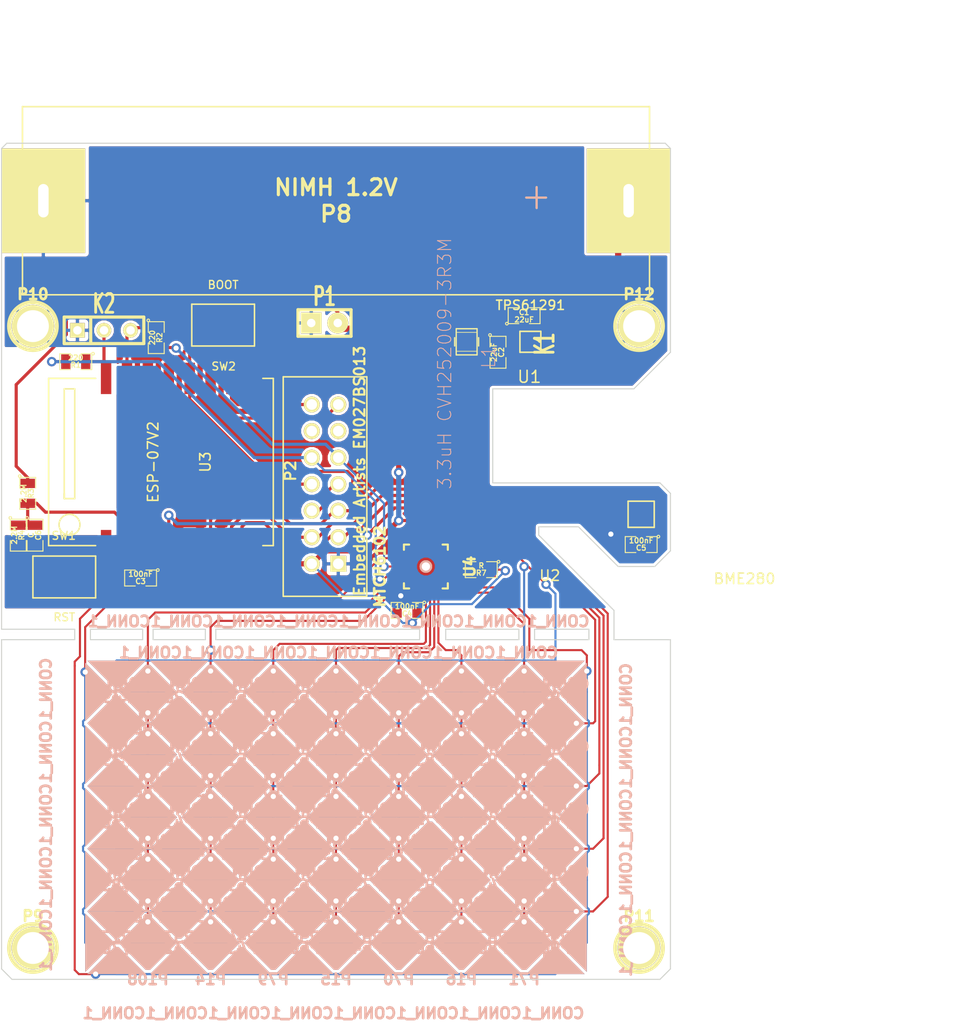
<source format=kicad_pcb>
(kicad_pcb (version 3) (host pcbnew "(25-Oct-2014 BZR 4029)-stable")
  (layers (15 F.Cu signal) (0 B.Cu signal) (18 B.Paste user) (19 F.Paste user) (20 B.SilkS user) (21 F.SilkS user) (22 B.Mask user) (23 F.Mask user) (28 Edge.Cuts user))
  (net 0 "")
  (net 1 +2.5V)
  (net 2 /ADC)
  (net 3 /CS_BME)
  (net 4 /EPD_BORDER)
  (net 5 /EPD_BUSY)
  (net 6 /EPD_CS)
  (net 7 /EPD_DISCHARGE)
  (net 8 /EPD_ON)
  (net 9 /MISO)
  (net 10 /MOSI)
  (net 11 /RX)
  (net 12 /SCL)
  (net 13 /SCLK)
  (net 14 /SDA)
  (net 15 /TX)
  (net 16 /X1)
  (net 17 /X2)
  (net 18 /X3)
  (net 19 /X4)
  (net 20 /X5)
  (net 21 /X6)
  (net 22 /X7)
  (net 23 /X8)
  (net 24 /X9)
  (net 25 /Y1)
  (net 26 /Y2)
  (net 27 /Y3)
  (net 28 /Y4)
  (net 29 /Y5)
  (net 30 /Y6)
  (net 31 /nRST)
  (net 32 GND)
  (net 33 N-0000018)
  (net 34 N-0000019)
  (net 35 N-0000036)
  (net 36 N-0000038)
  (module touch_4mm_demi (layer B.Cu) (at 127 117)
    (fp_text reference P92 (at 0 3.50012) (layer B.SilkS) (effects (font (size 1.016 1.016) (thickness 0.254)) (justify mirror)))
    (fp_text value CONN_1 (at 0.24892 -3.74904) (layer B.SilkS) (effects (font (size 1.016 1.016) (thickness 0.254)) (justify mirror)))
    (pad 1 smd trapezoid (at 0 0) (size 3 2.6) (rect_delta 0 -2.6) (drill (offset 0 1.3)) (layers B.Cu B.Paste B.SilkS B.Mask) (net 25 /Y1))
  )
  (module ipc-7351-inductor-INDC2520X220N (layer F.Cu) (at 118.5 86.5 270)
    (fp_text reference L1 (at 1.4478 -2.10058 270) (layer B.SilkS) (effects (font (size 1.27 1.27) (thickness 0.0889))))
    (fp_text value "3.3uH CVH252009-3R3M" (at 2.0828 2.10058 270) (layer B.SilkS) (effects (font (size 1.27 1.27) (thickness 0.0889))))
    (pad 1 smd rect (at -1.25 0 270) (size 1.2 2) (layers F.Cu F.Paste F.Mask) (net 34 N-0000019))
    (pad 2 smd rect (at 1.25 0 270) (size 1.2 2) (layers F.Cu F.Paste F.Mask) (net 33 N-0000018))
  )
  (module SW_PUSH_SMD_2pad (layer F.Cu) (at 95.2 84.9 180)
    (fp_text reference SW2 (at -0.05 -3.95 180) (layer F.SilkS) (effects (font (size 0.762 0.762) (thickness 0.127))))
    (fp_text value BOOT (at 0 3.85 180) (layer F.SilkS) (effects (font (size 0.762 0.762) (thickness 0.127))))
    (pad 1 smd rect (at -3.4 0 180) (size 2 1.2954) (layers F.Cu F.Paste F.Mask) (net 32 GND))
    (pad 2 smd rect (at 3.2 0 180) (size 2 1.2954) (layers F.Cu F.Paste F.Mask) (net 6 /EPD_CS))
  )
  (module SW_PUSH_SMD_2pad (layer F.Cu) (at 80 109)
    (fp_text reference SW1 (at -0.05 -3.95) (layer F.SilkS) (effects (font (size 0.762 0.762) (thickness 0.127))))
    (fp_text value RST (at 0 3.85) (layer F.SilkS) (effects (font (size 0.762 0.762) (thickness 0.127))))
    (pad 1 smd rect (at -3.4 0) (size 2 1.2954) (layers F.Cu F.Paste F.Mask) (net 32 GND))
    (pad 2 smd rect (at 3.2 0) (size 2 1.2954) (layers F.Cu F.Paste F.Mask) (net 31 /nRST))
  )
  (module SM0805 (layer F.Cu) (at 87.3 109.1 180)
    (fp_text reference C3 (at 0 -0.3175 180) (layer F.SilkS) (effects (font (size 0.50038 0.50038) (thickness 0.10922))))
    (fp_text value 100nF (at 0 0.381 180) (layer F.SilkS) (effects (font (size 0.50038 0.50038) (thickness 0.10922))))
    (pad 1 smd rect (at -0.9525 0 180) (size 0.889 1.397) (layers F.Cu F.Paste F.Mask) (net 1 +2.5V))
    (pad 2 smd rect (at 0.9525 0 180) (size 0.889 1.397) (layers F.Cu F.Paste F.Mask) (net 32 GND))
  )
  (module SM0805 (layer F.Cu) (at 121.5 87.5 270)
    (fp_text reference C2 (at 0 -0.3175 270) (layer F.SilkS) (effects (font (size 0.50038 0.50038) (thickness 0.10922))))
    (fp_text value 22uF (at 0 0.381 270) (layer F.SilkS) (effects (font (size 0.50038 0.50038) (thickness 0.10922))))
    (pad 1 smd rect (at -0.9525 0 270) (size 0.889 1.397) (layers F.Cu F.Paste F.Mask) (net 1 +2.5V))
    (pad 2 smd rect (at 0.9525 0 270) (size 0.889 1.397) (layers F.Cu F.Paste F.Mask) (net 32 GND))
  )
  (module SM0805 (layer F.Cu) (at 135.2 105.9 180)
    (fp_text reference C5 (at 0 -0.3175 180) (layer F.SilkS) (effects (font (size 0.50038 0.50038) (thickness 0.10922))))
    (fp_text value 100nF (at 0 0.381 180) (layer F.SilkS) (effects (font (size 0.50038 0.50038) (thickness 0.10922))))
    (pad 1 smd rect (at -0.9525 0 180) (size 0.889 1.397) (layers F.Cu F.Paste F.Mask) (net 1 +2.5V))
    (pad 2 smd rect (at 0.9525 0 180) (size 0.889 1.397) (layers F.Cu F.Paste F.Mask) (net 32 GND))
  )
  (module SM0805 (layer F.Cu) (at 112.8 112.2 180)
    (fp_text reference C4 (at 0 -0.3175 180) (layer F.SilkS) (effects (font (size 0.50038 0.50038) (thickness 0.10922))))
    (fp_text value 100nF (at 0 0.381 180) (layer F.SilkS) (effects (font (size 0.50038 0.50038) (thickness 0.10922))))
    (pad 1 smd rect (at -0.9525 0 180) (size 0.889 1.397) (layers F.Cu F.Paste F.Mask) (net 1 +2.5V))
    (pad 2 smd rect (at 0.9525 0 180) (size 0.889 1.397) (layers F.Cu F.Paste F.Mask) (net 32 GND))
  )
  (module SM0805 (layer F.Cu) (at 81.1 88.4 180)
    (fp_text reference R1 (at 0 -0.3175 180) (layer F.SilkS) (effects (font (size 0.50038 0.50038) (thickness 0.10922))))
    (fp_text value 220 (at 0 0.381 180) (layer F.SilkS) (effects (font (size 0.50038 0.50038) (thickness 0.10922))))
    (pad 1 smd rect (at -0.9525 0 180) (size 0.889 1.397) (layers F.Cu F.Paste F.Mask) (net 15 /TX))
    (pad 2 smd rect (at 0.9525 0 180) (size 0.889 1.397) (layers F.Cu F.Paste F.Mask) (net 14 /SDA))
  )
  (module SM0805 (layer F.Cu) (at 88.8 86.1 270)
    (fp_text reference R2 (at 0 -0.3175 270) (layer F.SilkS) (effects (font (size 0.50038 0.50038) (thickness 0.10922))))
    (fp_text value 220 (at 0 0.381 270) (layer F.SilkS) (effects (font (size 0.50038 0.50038) (thickness 0.10922))))
    (pad 1 smd rect (at -0.9525 0 270) (size 0.889 1.397) (layers F.Cu F.Paste F.Mask) (net 11 /RX))
    (pad 2 smd rect (at 0.9525 0 270) (size 0.889 1.397) (layers F.Cu F.Paste F.Mask) (net 12 /SCL))
  )
  (module SM0805 (layer F.Cu) (at 124 84)
    (fp_text reference C1 (at 0 -0.3175) (layer F.SilkS) (effects (font (size 0.50038 0.50038) (thickness 0.10922))))
    (fp_text value 22uF (at 0 0.381) (layer F.SilkS) (effects (font (size 0.50038 0.50038) (thickness 0.10922))))
    (pad 1 smd rect (at -0.9525 0) (size 0.889 1.397) (layers F.Cu F.Paste F.Mask) (net 34 N-0000019))
    (pad 2 smd rect (at 0.9525 0) (size 0.889 1.397) (layers F.Cu F.Paste F.Mask) (net 32 GND))
  )
  (module SIL-3 (layer F.Cu) (at 83.8 85.4)
    (fp_text reference K2 (at 0 -2.54) (layer F.SilkS) (effects (font (size 1.7907 1.07696) (thickness 0.3048))))
    (fp_text value CONN_3 hide)
    (pad 1 thru_hole rect (at -2.54 0) (size 1.397 1.397) (drill 0.8128) (layers *.Cu *.Mask F.SilkS) (net 32 GND))
    (pad 2 thru_hole circle (at 0 0) (size 1.397 1.397) (drill 0.8128) (layers *.Cu *.Mask F.SilkS) (net 15 /TX))
    (pad 3 thru_hole circle (at 2.54 0) (size 1.397 1.397) (drill 0.8128) (layers *.Cu *.Mask F.SilkS) (net 11 /RX))
  )
  (module ESP-07v2 (layer F.Cu) (at 91 98 90)
    (fp_text reference U3 (at 0 2.5 90) (layer F.SilkS))
    (fp_text value ESP-07V2 (at 0 -2.5 90) (layer F.SilkS))
    (pad 1 smd rect (at -8 -7 90) (size 3 1) (layers F.Cu F.Paste F.Mask) (net 31 /nRST))
    (pad 2 smd rect (at -8 -5 90) (size 3 1) (layers F.Cu F.Paste F.Mask) (net 2 /ADC))
    (pad 3 smd rect (at -8 -3 90) (size 3 1) (layers F.Cu F.Paste F.Mask) (net 1 +2.5V))
    (pad 4 smd rect (at -8 -1 90) (size 3 1) (layers F.Cu F.Paste F.Mask) (net 3 /CS_BME))
    (pad 5 smd rect (at -8 1 90) (size 3 1) (layers F.Cu F.Paste F.Mask) (net 13 /SCLK))
    (pad 6 smd rect (at -8 3 90) (size 3 1) (layers F.Cu F.Paste F.Mask) (net 9 /MISO))
    (pad 7 smd rect (at -8 5 90) (size 3 1) (layers F.Cu F.Paste F.Mask) (net 10 /MOSI))
    (pad 8 smd rect (at -8 7 90) (size 3 1) (layers F.Cu F.Paste F.Mask) (net 1 +2.5V))
    (pad 9 smd rect (at 8 7 90) (size 3 1) (layers F.Cu F.Paste F.Mask) (net 32 GND))
    (pad 10 smd rect (at 8 5 90) (size 3 1) (layers F.Cu F.Paste F.Mask) (net 7 /EPD_DISCHARGE))
    (pad 11 smd rect (at 8 3 90) (size 3 1) (layers F.Cu F.Paste F.Mask) (net 8 /EPD_ON))
    (pad 12 smd rect (at 8 1 90) (size 3 1) (layers F.Cu F.Paste F.Mask) (net 6 /EPD_CS))
    (pad 13 smd rect (at 8 -1 90) (size 3 1) (layers F.Cu F.Paste F.Mask) (net 4 /EPD_BORDER))
    (pad 14 smd rect (at 8 -3 90) (size 3 1) (layers F.Cu F.Paste F.Mask) (net 5 /EPD_BUSY))
    (pad 15 smd rect (at 8 -5 90) (size 3 1) (layers F.Cu F.Paste F.Mask) (net 11 /RX))
    (pad 16 smd rect (at 8 -7 90) (size 3 1) (layers F.Cu F.Paste F.Mask) (net 15 /TX))
  )
  (module SIL-2 (layer F.Cu) (at 104.9 84.7)
    (fp_text reference P1 (at 0 -2.54) (layer F.SilkS) (effects (font (size 1.72974 1.08712) (thickness 0.3048))))
    (fp_text value "Solar 1.5V" hide)
    (pad 1 thru_hole rect (at -1.27 0) (size 2 2) (drill 0.8128) (layers *.Cu *.Mask F.SilkS) (net 32 GND))
    (pad 2 thru_hole circle (at 1.27 0) (size 2 2) (drill 0.8128) (layers *.Cu *.Mask F.SilkS) (net 34 N-0000019))
  )
  (module AA (layer F.Cu) (at 106 73)
    (fp_text reference P8 (at 0 1.27) (layer F.SilkS) (effects (font (size 1.524 1.524) (thickness 0.3048))))
    (fp_text value "NIMH 1.2V" (at 0 -1.27) (layer F.SilkS) (effects (font (size 1.524 1.524) (thickness 0.3048))))
    (pad 1 thru_hole rect (at -28 0) (size 8 10) (drill oval 1 3.2) (layers *.Cu *.Mask F.SilkS) (net 32 GND))
    (pad 2 thru_hole rect (at 28 0) (size 8 10) (drill oval 1 3.2) (layers *.Cu *.Mask F.SilkS) (net 34 N-0000019))
  )
  (module PWSON-N6 (layer F.Cu) (at 124.6 86.5 90)
    (fp_text reference U1 (at -3.35026 -0.09906 180) (layer F.SilkS) (effects (font (size 1.143 1.143) (thickness 0.1524))))
    (fp_text value TPS61291 (at 3.50012 0 180) (layer F.SilkS) (effects (font (size 0.889 0.889) (thickness 0.1524))))
    (pad 6 smd rect (at -0.65 1.05 90) (size 0.3 0.65) (layers F.Cu F.Paste F.Mask) (net 32 GND))
    (pad 1 smd rect (at -0.7 -1.05 90) (size 0.3 0.65) (layers F.Cu F.Paste F.Mask) (net 33 N-0000018))
    (pad 2 smd rect (at 0 -1.05 90) (size 0.3 0.65) (layers F.Cu F.Paste F.Mask) (net 1 +2.5V))
    (pad 5 smd rect (at 0 1.05 90) (size 0.3 0.65) (layers F.Cu F.Paste F.Mask) (net 36 N-0000038))
    (pad 4 smd rect (at 0.65 1.05 90) (size 0.3 0.65) (layers F.Cu F.Paste F.Mask) (net 34 N-0000019))
    (pad 3 smd rect (at 0.65 -1.05 90) (size 0.3 0.65) (layers F.Cu F.Paste F.Mask) (net 34 N-0000019))
    (pad 6 smd rect (at 0 0 90) (size 1.6 1) (layers F.Cu F.Paste F.Mask) (net 32 GND))
  )
  (module LGA8_2.5×2.5 (layer F.Cu) (at 135.2 103 180)
    (fp_text reference U2 (at 8.74 -5.87 180) (layer F.SilkS))
    (fp_text value BME280 (at -9.89 -6.17 180) (layer F.SilkS))
    (pad 1 smd trapezoid (at 1.0125 -0.975 180) (size 0.5 0.35) (layers F.Cu F.Paste F.Mask) (net 32 GND))
    (pad 2 smd trapezoid (at 1.0125 -0.325 180) (size 0.5 0.35) (layers F.Cu F.Paste F.Mask) (net 3 /CS_BME))
    (pad 3 smd trapezoid (at 1.0125 0.325 180) (size 0.5 0.35) (layers F.Cu F.Paste F.Mask) (net 10 /MOSI))
    (pad 4 smd trapezoid (at 1.0125 0.975 180) (size 0.5 0.35) (layers F.Cu F.Paste F.Mask) (net 13 /SCLK))
    (pad 5 smd trapezoid (at -1.0125 0.975 180) (size 0.5 0.35) (layers F.Cu F.Paste F.Mask) (net 9 /MISO))
    (pad 6 smd trapezoid (at -1.0125 0.325 180) (size 0.5 0.35) (layers F.Cu F.Paste F.Mask) (net 1 +2.5V))
    (pad 7 smd trapezoid (at -1.0125 -0.325 180) (size 0.5 0.35) (layers F.Cu F.Paste F.Mask) (net 32 GND))
    (pad 8 smd trapezoid (at -1.0125 -0.975 180) (size 0.5 0.35) (layers F.Cu F.Paste F.Mask) (net 1 +2.5V))
  )
  (module JUMP-3 (layer F.Cu) (at 128.5 86.7 90)
    (fp_text reference K1 (at 0 -2.54 90) (layer F.SilkS) (effects (font (size 1.7907 1.07696) (thickness 0.3048))))
    (fp_text value CONN_3 hide)
    (pad 1 smd rect (at -1.8 0 90) (size 1.5 1.5) (layers F.Cu F.Paste F.Mask) (net 32 GND))
    (pad 2 smd rect (at 0 0 90) (size 1.5 1.5) (layers F.Cu F.Paste F.Mask) (net 36 N-0000038))
    (pad 3 smd rect (at 1.8 0 90) (size 1.5 1.5) (layers F.Cu F.Paste F.Mask) (net 34 N-0000019))
  )
  (module pin_array_7x2 (layer F.Cu) (at 104.95 98.85 90)
    (fp_text reference P2 (at 0 -3.302 90) (layer F.SilkS) (effects (font (size 1.016 1.016) (thickness 0.2032))))
    (fp_text value "Embedded Artists EM027BS013" (at 0 3.302 90) (layer F.SilkS) (effects (font (size 1.016 1.016) (thickness 0.2032))))
    (pad 1 thru_hole rect (at -8.89 1.27 90) (size 1.524 1.524) (drill 1.016) (layers *.Cu *.Mask F.SilkS) (net 32 GND))
    (pad 2 thru_hole circle (at -8.89 -1.27 90) (size 1.524 1.524) (drill 1.016) (layers *.Cu *.Mask F.SilkS) (net 1 +2.5V))
    (pad 3 thru_hole circle (at -6.35 1.27 90) (size 1.524 1.524) (drill 1.016) (layers *.Cu *.Mask F.SilkS) (net 13 /SCLK))
    (pad 4 thru_hole circle (at -6.35 -1.27 90) (size 1.524 1.524) (drill 1.016) (layers *.Cu *.Mask F.SilkS) (net 10 /MOSI))
    (pad 5 thru_hole circle (at -3.81 1.27 90) (size 1.524 1.524) (drill 1.016) (layers *.Cu *.Mask F.SilkS) (net 9 /MISO))
    (pad 6 thru_hole circle (at -3.81 -1.27 90) (size 1.524 1.524) (drill 1.016) (layers *.Cu *.Mask F.SilkS) (net 6 /EPD_CS))
    (pad 7 thru_hole circle (at -1.27 1.27 90) (size 1.524 1.524) (drill 1.016) (layers *.Cu *.Mask F.SilkS) (net 5 /EPD_BUSY))
    (pad 8 thru_hole circle (at -1.27 -1.27 90) (size 1.524 1.524) (drill 1.016) (layers *.Cu *.Mask F.SilkS) (net 4 /EPD_BORDER))
    (pad 9 thru_hole circle (at 1.27 1.27 90) (size 1.524 1.524) (drill 1.016) (layers *.Cu *.Mask F.SilkS) (net 12 /SCL))
    (pad 10 thru_hole circle (at 1.27 -1.27 90) (size 1.524 1.524) (drill 1.016) (layers *.Cu *.Mask F.SilkS) (net 14 /SDA))
    (pad 11 thru_hole circle (at 3.81 1.27 90) (size 1.524 1.524) (drill 1.016) (layers *.Cu *.Mask F.SilkS))
    (pad 12 thru_hole circle (at 3.81 -1.27 90) (size 1.524 1.524) (drill 1.016) (layers *.Cu *.Mask F.SilkS))
    (pad 13 thru_hole circle (at 6.35 1.27 90) (size 1.524 1.524) (drill 1.016) (layers *.Cu *.Mask F.SilkS) (net 8 /EPD_ON))
    (pad 14 thru_hole circle (at 6.35 -1.27 90) (size 1.524 1.524) (drill 1.016) (layers *.Cu *.Mask F.SilkS) (net 7 /EPD_DISCHARGE))
  )
  (module SM0805 (layer F.Cu) (at 76.5 101 270)
    (fp_text reference R3 (at 0 -0.3175 270) (layer F.SilkS) (effects (font (size 0.50038 0.50038) (thickness 0.10922))))
    (fp_text value 2.2M (at 0 0.381 270) (layer F.SilkS) (effects (font (size 0.50038 0.50038) (thickness 0.10922))))
    (pad 1 smd rect (at -0.9525 0 270) (size 0.889 1.397) (layers F.Cu F.Paste F.Mask) (net 34 N-0000019))
    (pad 2 smd rect (at 0.9525 0 270) (size 0.889 1.397) (layers F.Cu F.Paste F.Mask) (net 2 /ADC))
  )
  (module SM0805 (layer F.Cu) (at 75.6 105 270)
    (fp_text reference R4 (at 0 -0.3175 270) (layer F.SilkS) (effects (font (size 0.50038 0.50038) (thickness 0.10922))))
    (fp_text value 2.2M (at 0 0.381 270) (layer F.SilkS) (effects (font (size 0.50038 0.50038) (thickness 0.10922))))
    (pad 1 smd rect (at -0.9525 0 270) (size 0.889 1.397) (layers F.Cu F.Paste F.Mask) (net 2 /ADC))
    (pad 2 smd rect (at 0.9525 0 270) (size 0.889 1.397) (layers F.Cu F.Paste F.Mask) (net 32 GND))
  )
  (module SM0805 (layer F.Cu) (at 77.2 105 270)
    (fp_text reference C6 (at 0 -0.3175 270) (layer F.SilkS) (effects (font (size 0.50038 0.50038) (thickness 0.10922))))
    (fp_text value C (at 0 0.381 270) (layer F.SilkS) (effects (font (size 0.50038 0.50038) (thickness 0.10922))))
    (pad 1 smd rect (at -0.9525 0 270) (size 0.889 1.397) (layers F.Cu F.Paste F.Mask) (net 2 /ADC))
    (pad 2 smd rect (at 0.9525 0 270) (size 0.889 1.397) (layers F.Cu F.Paste F.Mask) (net 32 GND))
  )
  (module SM0805 (layer F.Cu) (at 119.9 108.3 180)
    (fp_text reference R7 (at 0 -0.3175 180) (layer F.SilkS) (effects (font (size 0.50038 0.50038) (thickness 0.10922))))
    (fp_text value R (at 0 0.381 180) (layer F.SilkS) (effects (font (size 0.50038 0.50038) (thickness 0.10922))))
    (pad 1 smd rect (at -0.9525 0 180) (size 0.889 1.397) (layers F.Cu F.Paste F.Mask) (net 1 +2.5V))
    (pad 2 smd rect (at 0.9525 0 180) (size 0.889 1.397) (layers F.Cu F.Paste F.Mask) (net 35 N-0000036))
  )
  (module UQFN28 (layer F.Cu) (at 114.6 108 270)
    (fp_text reference U4 (at 0 -4.20116 270) (layer F.SilkS) (effects (font (size 1.00076 1.00076) (thickness 0.3048))))
    (fp_text value MTCH6102 (at 0 4.39928 270) (layer F.SilkS) (effects (font (size 1.00076 1.00076) (thickness 0.3048))))
    (pad 1 smd rect (at -2 -1.2 270) (size 0.8 0.2) (layers F.Cu F.Paste F.Mask) (net 27 /Y3))
    (pad 2 smd rect (at -2 -0.8 270) (size 0.8 0.2) (layers F.Cu F.Paste F.Mask) (net 28 /Y4))
    (pad 3 smd rect (at -2 -0.4 270) (size 0.8 0.2) (layers F.Cu F.Paste F.Mask))
    (pad 4 smd rect (at -2 0 270) (size 0.8 0.2) (layers F.Cu F.Paste F.Mask) (net 29 /Y5))
    (pad 5 smd rect (at -2 0.4 270) (size 0.8 0.2) (layers F.Cu F.Paste F.Mask) (net 32 GND))
    (pad 6 smd rect (at -2 0.8 270) (size 0.8 0.2) (layers F.Cu F.Paste F.Mask))
    (pad 7 smd rect (at -2 1.2 270) (size 0.8 0.2) (layers F.Cu F.Paste F.Mask))
    (pad 8 smd rect (at -1.2 2 270) (size 0.2 0.8) (layers F.Cu F.Paste F.Mask))
    (pad 9 smd rect (at -0.8 2 270) (size 0.2 0.8) (layers F.Cu F.Paste F.Mask))
    (pad 10 smd rect (at -0.4 2 270) (size 0.2 0.8) (layers F.Cu F.Paste F.Mask) (net 30 /Y6))
    (pad 11 smd rect (at 0 2 270) (size 0.2 0.8) (layers F.Cu F.Paste F.Mask) (net 12 /SCL))
    (pad 12 smd rect (at 0.4 2 270) (size 0.2 0.8) (layers F.Cu F.Paste F.Mask) (net 14 /SDA))
    (pad 13 smd rect (at 0.8 2 270) (size 0.2 0.8) (layers F.Cu F.Paste F.Mask) (net 16 /X1))
    (pad 14 smd rect (at 1.2 2 270) (size 0.2 0.8) (layers F.Cu F.Paste F.Mask) (net 17 /X2))
    (pad 15 smd rect (at 2 1.2 270) (size 0.8 0.2) (layers F.Cu F.Paste F.Mask) (net 18 /X3))
    (pad 16 smd rect (at 2 0.8 270) (size 0.8 0.2) (layers F.Cu F.Paste F.Mask) (net 32 GND))
    (pad 17 smd rect (at 2 0.4 270) (size 0.8 0.2) (layers F.Cu F.Paste F.Mask) (net 1 +2.5V))
    (pad 18 smd rect (at 2 0 270) (size 0.8 0.2) (layers F.Cu F.Paste F.Mask) (net 19 /X4))
    (pad 19 smd rect (at 2 -0.4 270) (size 0.8 0.2) (layers F.Cu F.Paste F.Mask) (net 20 /X5))
    (pad 20 smd rect (at 2 -0.8 270) (size 0.8 0.2) (layers F.Cu F.Paste F.Mask) (net 21 /X6))
    (pad 21 smd rect (at 2 -1.2 270) (size 0.8 0.2) (layers F.Cu F.Paste F.Mask) (net 22 /X7))
    (pad 22 smd rect (at 1.2 -2 270) (size 0.2 0.8) (layers F.Cu F.Paste F.Mask) (net 23 /X8))
    (pad 23 smd rect (at 0.8 -2 270) (size 0.2 0.8) (layers F.Cu F.Paste F.Mask) (net 24 /X9))
    (pad 24 smd rect (at 0.4 -2 270) (size 0.2 0.8) (layers F.Cu F.Paste F.Mask))
    (pad 25 smd rect (at 0 -2 270) (size 0.2 0.8) (layers F.Cu F.Paste F.Mask))
    (pad 26 smd rect (at -0.4 -2 270) (size 0.2 0.8) (layers F.Cu F.Paste F.Mask) (net 35 N-0000036))
    (pad 27 smd rect (at -0.8 -2 270) (size 0.2 0.8) (layers F.Cu F.Paste F.Mask) (net 25 /Y1))
    (pad 28 smd rect (at -1.2 -2 270) (size 0.2 0.8) (layers F.Cu F.Paste F.Mask) (net 26 /Y2))
    (pad "" smd rect (at 0 0 180) (size 2.35 2.35) (layers F.Cu F.Paste F.Mask))
    (pad "" np_thru_hole circle (at 0 0 180) (size 1.2 1.2) (drill 0.8) (layers *.Cu *.SilkS *.Mask))
  )
  (module 1pin (layer F.Cu) (at 77 144.5)
    (fp_text reference P9 (at 0 -3.048) (layer F.SilkS) (effects (font (size 1.016 1.016) (thickness 0.254))))
    (fp_text value DRILL hide)
    (pad 1 thru_hole circle (at 0 0) (size 4.064 4.064) (drill 3.048) (layers *.Cu *.Mask F.SilkS))
  )
  (module 1pin (layer F.Cu) (at 77 85)
    (fp_text reference P10 (at 0 -3.048) (layer F.SilkS) (effects (font (size 1.016 1.016) (thickness 0.254))))
    (fp_text value DRILL hide)
    (pad 1 thru_hole circle (at 0 0) (size 4.064 4.064) (drill 3.048) (layers *.Cu *.Mask F.SilkS) (net 32 GND))
  )
  (module 1pin (layer F.Cu) (at 135 144.5)
    (fp_text reference P11 (at 0 -3.048) (layer F.SilkS) (effects (font (size 1.016 1.016) (thickness 0.254))))
    (fp_text value DRILL hide)
    (pad 1 thru_hole circle (at 0 0) (size 4.064 4.064) (drill 3.048) (layers *.Cu *.Mask F.SilkS))
  )
  (module 1pin (layer F.Cu) (at 135 85)
    (fp_text reference P12 (at 0 -3.048) (layer F.SilkS) (effects (font (size 1.016 1.016) (thickness 0.254))))
    (fp_text value DRILL hide)
    (pad 1 thru_hole circle (at 0 0) (size 4.064 4.064) (drill 3.048) (layers *.Cu *.Mask F.SilkS) (net 32 GND))
  )
  (module touch_4mm_demi (layer B.Cu) (at 82 144 90)
    (fp_text reference P13 (at 0 3.50012 90) (layer B.SilkS) (effects (font (size 1.016 1.016) (thickness 0.254)) (justify mirror)))
    (fp_text value CONN_1 (at 0.24892 -3.74904 90) (layer B.SilkS) (effects (font (size 1.016 1.016) (thickness 0.254)) (justify mirror)))
    (pad 1 smd trapezoid (at 0 0 90) (size 3 2.6) (rect_delta 0 -2.6) (drill (offset 0 1.3)) (layers B.Cu B.Paste B.SilkS B.Mask) (net 16 /X1))
  )
  (module touch_4mm_demi (layer B.Cu) (at 82 120 90)
    (fp_text reference P3 (at 0 3.50012 90) (layer B.SilkS) (effects (font (size 1.016 1.016) (thickness 0.254)) (justify mirror)))
    (fp_text value CONN_1 (at 0.24892 -3.74904 90) (layer B.SilkS) (effects (font (size 1.016 1.016) (thickness 0.254)) (justify mirror)))
    (pad 1 smd trapezoid (at 0 0 90) (size 3 2.6) (rect_delta 0 -2.6) (drill (offset 0 1.3)) (layers B.Cu B.Paste B.SilkS B.Mask) (net 16 /X1))
  )
  (module touch_4mm_demi (layer B.Cu) (at 121 147 180)
    (fp_text reference P87 (at 0 3.50012 180) (layer B.SilkS) (effects (font (size 1.016 1.016) (thickness 0.254)) (justify mirror)))
    (fp_text value CONN_1 (at 0.24892 -3.74904 180) (layer B.SilkS) (effects (font (size 1.016 1.016) (thickness 0.254)) (justify mirror)))
    (pad 1 smd trapezoid (at 0 0 180) (size 3 2.6) (rect_delta 0 -2.6) (drill (offset 0 1.3)) (layers B.Cu B.Paste B.SilkS B.Mask) (net 30 /Y6))
  )
  (module touch_4mm_demi (layer B.Cu) (at 85 147 180)
    (fp_text reference P77 (at 0 3.50012 180) (layer B.SilkS) (effects (font (size 1.016 1.016) (thickness 0.254)) (justify mirror)))
    (fp_text value CONN_1 (at 0.24892 -3.74904 180) (layer B.SilkS) (effects (font (size 1.016 1.016) (thickness 0.254)) (justify mirror)))
    (pad 1 smd trapezoid (at 0 0 180) (size 3 2.6) (rect_delta 0 -2.6) (drill (offset 0 1.3)) (layers B.Cu B.Paste B.SilkS B.Mask) (net 30 /Y6))
  )
  (module touch_4mm_demi (layer B.Cu) (at 115 147 180)
    (fp_text reference P67 (at 0 3.50012 180) (layer B.SilkS) (effects (font (size 1.016 1.016) (thickness 0.254)) (justify mirror)))
    (fp_text value CONN_1 (at 0.24892 -3.74904 180) (layer B.SilkS) (effects (font (size 1.016 1.016) (thickness 0.254)) (justify mirror)))
    (pad 1 smd trapezoid (at 0 0 180) (size 3 2.6) (rect_delta 0 -2.6) (drill (offset 0 1.3)) (layers B.Cu B.Paste B.SilkS B.Mask) (net 30 /Y6))
  )
  (module touch_4mm_demi (layer B.Cu) (at 109 147 180)
    (fp_text reference P61 (at 0 3.50012 180) (layer B.SilkS) (effects (font (size 1.016 1.016) (thickness 0.254)) (justify mirror)))
    (fp_text value CONN_1 (at 0.24892 -3.74904 180) (layer B.SilkS) (effects (font (size 1.016 1.016) (thickness 0.254)) (justify mirror)))
    (pad 1 smd trapezoid (at 0 0 180) (size 3 2.6) (rect_delta 0 -2.6) (drill (offset 0 1.3)) (layers B.Cu B.Paste B.SilkS B.Mask) (net 30 /Y6))
  )
  (module touch_4mm_demi (layer B.Cu) (at 103 147 180)
    (fp_text reference P55 (at 0 3.50012 180) (layer B.SilkS) (effects (font (size 1.016 1.016) (thickness 0.254)) (justify mirror)))
    (fp_text value CONN_1 (at 0.24892 -3.74904 180) (layer B.SilkS) (effects (font (size 1.016 1.016) (thickness 0.254)) (justify mirror)))
    (pad 1 smd trapezoid (at 0 0 180) (size 3 2.6) (rect_delta 0 -2.6) (drill (offset 0 1.3)) (layers B.Cu B.Paste B.SilkS B.Mask) (net 30 /Y6))
  )
  (module touch_4mm_demi (layer B.Cu) (at 97 147 180)
    (fp_text reference P44 (at 0 3.50012 180) (layer B.SilkS) (effects (font (size 1.016 1.016) (thickness 0.254)) (justify mirror)))
    (fp_text value CONN_1 (at 0.24892 -3.74904 180) (layer B.SilkS) (effects (font (size 1.016 1.016) (thickness 0.254)) (justify mirror)))
    (pad 1 smd trapezoid (at 0 0 180) (size 3 2.6) (rect_delta 0 -2.6) (drill (offset 0 1.3)) (layers B.Cu B.Paste B.SilkS B.Mask) (net 30 /Y6))
  )
  (module touch_4mm_demi (layer B.Cu) (at 91 147 180)
    (fp_text reference P33 (at 0 3.50012 180) (layer B.SilkS) (effects (font (size 1.016 1.016) (thickness 0.254)) (justify mirror)))
    (fp_text value CONN_1 (at 0.24892 -3.74904 180) (layer B.SilkS) (effects (font (size 1.016 1.016) (thickness 0.254)) (justify mirror)))
    (pad 1 smd trapezoid (at 0 0 180) (size 3 2.6) (rect_delta 0 -2.6) (drill (offset 0 1.3)) (layers B.Cu B.Paste B.SilkS B.Mask) (net 30 /Y6))
  )
  (module touch_4mm_demi (layer B.Cu) (at 82 126 90)
    (fp_text reference P34 (at 0 3.50012 90) (layer B.SilkS) (effects (font (size 1.016 1.016) (thickness 0.254)) (justify mirror)))
    (fp_text value CONN_1 (at 0.24892 -3.74904 90) (layer B.SilkS) (effects (font (size 1.016 1.016) (thickness 0.254)) (justify mirror)))
    (pad 1 smd trapezoid (at 0 0 90) (size 3 2.6) (rect_delta 0 -2.6) (drill (offset 0 1.3)) (layers B.Cu B.Paste B.SilkS B.Mask) (net 16 /X1))
  )
  (module touch_4mm_demi (layer B.Cu) (at 82 132 90)
    (fp_text reference P23 (at 0 3.50012 90) (layer B.SilkS) (effects (font (size 1.016 1.016) (thickness 0.254)) (justify mirror)))
    (fp_text value CONN_1 (at 0.24892 -3.74904 90) (layer B.SilkS) (effects (font (size 1.016 1.016) (thickness 0.254)) (justify mirror)))
    (pad 1 smd trapezoid (at 0 0 90) (size 3 2.6) (rect_delta 0 -2.6) (drill (offset 0 1.3)) (layers B.Cu B.Paste B.SilkS B.Mask) (net 16 /X1))
  )
  (module touch_4mm_demi (layer B.Cu) (at 82 138 90)
    (fp_text reference P18 (at 0 3.50012 90) (layer B.SilkS) (effects (font (size 1.016 1.016) (thickness 0.254)) (justify mirror)))
    (fp_text value CONN_1 (at 0.24892 -3.74904 90) (layer B.SilkS) (effects (font (size 1.016 1.016) (thickness 0.254)) (justify mirror)))
    (pad 1 smd trapezoid (at 0 0 90) (size 3 2.6) (rect_delta 0 -2.6) (drill (offset 0 1.3)) (layers B.Cu B.Paste B.SilkS B.Mask) (net 16 /X1))
  )
  (module touch_4mm_demi (layer B.Cu) (at 121 117)
    (fp_text reference P82 (at 0 3.50012) (layer B.SilkS) (effects (font (size 1.016 1.016) (thickness 0.254)) (justify mirror)))
    (fp_text value CONN_1 (at 0.24892 -3.74904) (layer B.SilkS) (effects (font (size 1.016 1.016) (thickness 0.254)) (justify mirror)))
    (pad 1 smd trapezoid (at 0 0) (size 3 2.6) (rect_delta 0 -2.6) (drill (offset 0 1.3)) (layers B.Cu B.Paste B.SilkS B.Mask) (net 25 /Y1))
  )
  (module touch_4mm_demi (layer B.Cu) (at 115 117)
    (fp_text reference P72 (at 0 3.50012) (layer B.SilkS) (effects (font (size 1.016 1.016) (thickness 0.254)) (justify mirror)))
    (fp_text value CONN_1 (at 0.24892 -3.74904) (layer B.SilkS) (effects (font (size 1.016 1.016) (thickness 0.254)) (justify mirror)))
    (pad 1 smd trapezoid (at 0 0) (size 3 2.6) (rect_delta 0 -2.6) (drill (offset 0 1.3)) (layers B.Cu B.Paste B.SilkS B.Mask) (net 25 /Y1))
  )
  (module touch_4mm_demi (layer B.Cu) (at 109 117)
    (fp_text reference P62 (at 0 3.50012) (layer B.SilkS) (effects (font (size 1.016 1.016) (thickness 0.254)) (justify mirror)))
    (fp_text value CONN_1 (at 0.24892 -3.74904) (layer B.SilkS) (effects (font (size 1.016 1.016) (thickness 0.254)) (justify mirror)))
    (pad 1 smd trapezoid (at 0 0) (size 3 2.6) (rect_delta 0 -2.6) (drill (offset 0 1.3)) (layers B.Cu B.Paste B.SilkS B.Mask) (net 25 /Y1))
  )
  (module touch_4mm_demi (layer B.Cu) (at 103 117)
    (fp_text reference P56 (at 0 3.50012) (layer B.SilkS) (effects (font (size 1.016 1.016) (thickness 0.254)) (justify mirror)))
    (fp_text value CONN_1 (at 0.24892 -3.74904) (layer B.SilkS) (effects (font (size 1.016 1.016) (thickness 0.254)) (justify mirror)))
    (pad 1 smd trapezoid (at 0 0) (size 3 2.6) (rect_delta 0 -2.6) (drill (offset 0 1.3)) (layers B.Cu B.Paste B.SilkS B.Mask) (net 25 /Y1))
  )
  (module touch_4mm_demi (layer B.Cu) (at 97 117)
    (fp_text reference P50 (at 0 3.50012) (layer B.SilkS) (effects (font (size 1.016 1.016) (thickness 0.254)) (justify mirror)))
    (fp_text value CONN_1 (at 0.24892 -3.74904) (layer B.SilkS) (effects (font (size 1.016 1.016) (thickness 0.254)) (justify mirror)))
    (pad 1 smd trapezoid (at 0 0) (size 3 2.6) (rect_delta 0 -2.6) (drill (offset 0 1.3)) (layers B.Cu B.Paste B.SilkS B.Mask) (net 25 /Y1))
  )
  (module touch_4mm_demi (layer B.Cu) (at 85 117)
    (fp_text reference P39 (at 0 3.50012) (layer B.SilkS) (effects (font (size 1.016 1.016) (thickness 0.254)) (justify mirror)))
    (fp_text value CONN_1 (at 0.24892 -3.74904) (layer B.SilkS) (effects (font (size 1.016 1.016) (thickness 0.254)) (justify mirror)))
    (pad 1 smd trapezoid (at 0 0) (size 3 2.6) (rect_delta 0 -2.6) (drill (offset 0 1.3)) (layers B.Cu B.Paste B.SilkS B.Mask) (net 25 /Y1))
  )
  (module touch_4mm_demi (layer B.Cu) (at 91 117)
    (fp_text reference P28 (at 0 3.50012) (layer B.SilkS) (effects (font (size 1.016 1.016) (thickness 0.254)) (justify mirror)))
    (fp_text value CONN_1 (at 0.24892 -3.74904) (layer B.SilkS) (effects (font (size 1.016 1.016) (thickness 0.254)) (justify mirror)))
    (pad 1 smd trapezoid (at 0 0) (size 3 2.6) (rect_delta 0 -2.6) (drill (offset 0 1.3)) (layers B.Cu B.Paste B.SilkS B.Mask) (net 25 /Y1))
  )
  (module touch_4mm_demi (layer B.Cu) (at 130 120 270)
    (fp_text reference P38 (at 0 3.50012 270) (layer B.SilkS) (effects (font (size 1.016 1.016) (thickness 0.254)) (justify mirror)))
    (fp_text value CONN_1 (at 0.24892 -3.74904 270) (layer B.SilkS) (effects (font (size 1.016 1.016) (thickness 0.254)) (justify mirror)))
    (pad 1 smd trapezoid (at 0 0 270) (size 3 2.6) (rect_delta 0 -2.6) (drill (offset 0 1.3)) (layers B.Cu B.Paste B.SilkS B.Mask) (net 24 /X9))
  )
  (module touch_4mm_demi (layer B.Cu) (at 130 132 270)
    (fp_text reference P27 (at 0 3.50012 270) (layer B.SilkS) (effects (font (size 1.016 1.016) (thickness 0.254)) (justify mirror)))
    (fp_text value CONN_1 (at 0.24892 -3.74904 270) (layer B.SilkS) (effects (font (size 1.016 1.016) (thickness 0.254)) (justify mirror)))
    (pad 1 smd trapezoid (at 0 0 270) (size 3 2.6) (rect_delta 0 -2.6) (drill (offset 0 1.3)) (layers B.Cu B.Paste B.SilkS B.Mask) (net 24 /X9))
  )
  (module touch_4mm_demi (layer B.Cu) (at 130 138 270)
    (fp_text reference P22 (at 0 3.50012 270) (layer B.SilkS) (effects (font (size 1.016 1.016) (thickness 0.254)) (justify mirror)))
    (fp_text value CONN_1 (at 0.24892 -3.74904 270) (layer B.SilkS) (effects (font (size 1.016 1.016) (thickness 0.254)) (justify mirror)))
    (pad 1 smd trapezoid (at 0 0 270) (size 3 2.6) (rect_delta 0 -2.6) (drill (offset 0 1.3)) (layers B.Cu B.Paste B.SilkS B.Mask) (net 24 /X9))
  )
  (module touch_4mm_demi (layer B.Cu) (at 130 144 270)
    (fp_text reference P17 (at 0 3.50012 270) (layer B.SilkS) (effects (font (size 1.016 1.016) (thickness 0.254)) (justify mirror)))
    (fp_text value CONN_1 (at 0.24892 -3.74904 270) (layer B.SilkS) (effects (font (size 1.016 1.016) (thickness 0.254)) (justify mirror)))
    (pad 1 smd trapezoid (at 0 0 270) (size 3 2.6) (rect_delta 0 -2.6) (drill (offset 0 1.3)) (layers B.Cu B.Paste B.SilkS B.Mask) (net 24 /X9))
  )
  (module touch_4mm_chenfrain (layer B.Cu) (at 127 123)
    (fp_text reference P73 (at 0 3.50012) (layer B.SilkS) (effects (font (size 1.016 1.016) (thickness 0.254)) (justify mirror)))
    (fp_text value CONN_1 (at 0.24892 -3.74904) (layer B.SilkS) (effects (font (size 1.016 1.016) (thickness 0.254)) (justify mirror)))
    (pad 1 smd trapezoid (at 0 0) (size 3 2.6) (rect_delta 0 -2.6) (drill (offset 0 1.3)) (layers B.Cu B.Paste B.SilkS B.Mask) (net 26 /Y2))
    (pad 1 smd trapezoid (at 0 0 180) (size 3 2.6) (rect_delta 0 -2.6) (drill (offset 0 1.3)) (layers B.Cu B.Paste B.SilkS B.Mask) (net 26 /Y2))
  )
  (module touch_4mm_chenfrain (layer B.Cu) (at 127 135)
    (fp_text reference P31 (at 0 3.50012) (layer B.SilkS) (effects (font (size 1.016 1.016) (thickness 0.254)) (justify mirror)))
    (fp_text value CONN_1 (at 0.24892 -3.74904) (layer B.SilkS) (effects (font (size 1.016 1.016) (thickness 0.254)) (justify mirror)))
    (pad 1 smd trapezoid (at 0 0) (size 3 2.6) (rect_delta 0 -2.6) (drill (offset 0 1.3)) (layers B.Cu B.Paste B.SilkS B.Mask) (net 28 /Y4))
    (pad 1 smd trapezoid (at 0 0 180) (size 3 2.6) (rect_delta 0 -2.6) (drill (offset 0 1.3)) (layers B.Cu B.Paste B.SilkS B.Mask) (net 28 /Y4))
  )
  (module touch_4mm_chenfrain (layer B.Cu) (at 127 129)
    (fp_text reference P94 (at 0 3.50012) (layer B.SilkS) (effects (font (size 1.016 1.016) (thickness 0.254)) (justify mirror)))
    (fp_text value CONN_1 (at 0.24892 -3.74904) (layer B.SilkS) (effects (font (size 1.016 1.016) (thickness 0.254)) (justify mirror)))
    (pad 1 smd trapezoid (at 0 0) (size 3 2.6) (rect_delta 0 -2.6) (drill (offset 0 1.3)) (layers B.Cu B.Paste B.SilkS B.Mask) (net 27 /Y3))
    (pad 1 smd trapezoid (at 0 0 180) (size 3 2.6) (rect_delta 0 -2.6) (drill (offset 0 1.3)) (layers B.Cu B.Paste B.SilkS B.Mask) (net 27 /Y3))
  )
  (module touch_4mm_chenfrain (layer B.Cu) (at 121 129)
    (fp_text reference P84 (at 0 3.50012) (layer B.SilkS) (effects (font (size 1.016 1.016) (thickness 0.254)) (justify mirror)))
    (fp_text value CONN_1 (at 0.24892 -3.74904) (layer B.SilkS) (effects (font (size 1.016 1.016) (thickness 0.254)) (justify mirror)))
    (pad 1 smd trapezoid (at 0 0) (size 3 2.6) (rect_delta 0 -2.6) (drill (offset 0 1.3)) (layers B.Cu B.Paste B.SilkS B.Mask) (net 27 /Y3))
    (pad 1 smd trapezoid (at 0 0 180) (size 3 2.6) (rect_delta 0 -2.6) (drill (offset 0 1.3)) (layers B.Cu B.Paste B.SilkS B.Mask) (net 27 /Y3))
  )
  (module touch_4mm_chenfrain (layer B.Cu) (at 115 129)
    (fp_text reference P74 (at 0 3.50012) (layer B.SilkS) (effects (font (size 1.016 1.016) (thickness 0.254)) (justify mirror)))
    (fp_text value CONN_1 (at 0.24892 -3.74904) (layer B.SilkS) (effects (font (size 1.016 1.016) (thickness 0.254)) (justify mirror)))
    (pad 1 smd trapezoid (at 0 0) (size 3 2.6) (rect_delta 0 -2.6) (drill (offset 0 1.3)) (layers B.Cu B.Paste B.SilkS B.Mask) (net 27 /Y3))
    (pad 1 smd trapezoid (at 0 0 180) (size 3 2.6) (rect_delta 0 -2.6) (drill (offset 0 1.3)) (layers B.Cu B.Paste B.SilkS B.Mask) (net 27 /Y3))
  )
  (module touch_4mm_chenfrain (layer B.Cu) (at 109 129)
    (fp_text reference P64 (at 0 3.50012) (layer B.SilkS) (effects (font (size 1.016 1.016) (thickness 0.254)) (justify mirror)))
    (fp_text value CONN_1 (at 0.24892 -3.74904) (layer B.SilkS) (effects (font (size 1.016 1.016) (thickness 0.254)) (justify mirror)))
    (pad 1 smd trapezoid (at 0 0) (size 3 2.6) (rect_delta 0 -2.6) (drill (offset 0 1.3)) (layers B.Cu B.Paste B.SilkS B.Mask) (net 27 /Y3))
    (pad 1 smd trapezoid (at 0 0 180) (size 3 2.6) (rect_delta 0 -2.6) (drill (offset 0 1.3)) (layers B.Cu B.Paste B.SilkS B.Mask) (net 27 /Y3))
  )
  (module touch_4mm_chenfrain (layer B.Cu) (at 103 129)
    (fp_text reference P58 (at 0 3.50012) (layer B.SilkS) (effects (font (size 1.016 1.016) (thickness 0.254)) (justify mirror)))
    (fp_text value CONN_1 (at 0.24892 -3.74904) (layer B.SilkS) (effects (font (size 1.016 1.016) (thickness 0.254)) (justify mirror)))
    (pad 1 smd trapezoid (at 0 0) (size 3 2.6) (rect_delta 0 -2.6) (drill (offset 0 1.3)) (layers B.Cu B.Paste B.SilkS B.Mask) (net 27 /Y3))
    (pad 1 smd trapezoid (at 0 0 180) (size 3 2.6) (rect_delta 0 -2.6) (drill (offset 0 1.3)) (layers B.Cu B.Paste B.SilkS B.Mask) (net 27 /Y3))
  )
  (module touch_4mm_chenfrain (layer B.Cu) (at 97 129)
    (fp_text reference P52 (at 0 3.50012) (layer B.SilkS) (effects (font (size 1.016 1.016) (thickness 0.254)) (justify mirror)))
    (fp_text value CONN_1 (at 0.24892 -3.74904) (layer B.SilkS) (effects (font (size 1.016 1.016) (thickness 0.254)) (justify mirror)))
    (pad 1 smd trapezoid (at 0 0) (size 3 2.6) (rect_delta 0 -2.6) (drill (offset 0 1.3)) (layers B.Cu B.Paste B.SilkS B.Mask) (net 27 /Y3))
    (pad 1 smd trapezoid (at 0 0 180) (size 3 2.6) (rect_delta 0 -2.6) (drill (offset 0 1.3)) (layers B.Cu B.Paste B.SilkS B.Mask) (net 27 /Y3))
  )
  (module touch_4mm_chenfrain (layer B.Cu) (at 91 129)
    (fp_text reference P41 (at 0 3.50012) (layer B.SilkS) (effects (font (size 1.016 1.016) (thickness 0.254)) (justify mirror)))
    (fp_text value CONN_1 (at 0.24892 -3.74904) (layer B.SilkS) (effects (font (size 1.016 1.016) (thickness 0.254)) (justify mirror)))
    (pad 1 smd trapezoid (at 0 0) (size 3 2.6) (rect_delta 0 -2.6) (drill (offset 0 1.3)) (layers B.Cu B.Paste B.SilkS B.Mask) (net 27 /Y3))
    (pad 1 smd trapezoid (at 0 0 180) (size 3 2.6) (rect_delta 0 -2.6) (drill (offset 0 1.3)) (layers B.Cu B.Paste B.SilkS B.Mask) (net 27 /Y3))
  )
  (module touch_4mm_chenfrain (layer B.Cu) (at 85 129)
    (fp_text reference P30 (at 0 3.50012) (layer B.SilkS) (effects (font (size 1.016 1.016) (thickness 0.254)) (justify mirror)))
    (fp_text value CONN_1 (at 0.24892 -3.74904) (layer B.SilkS) (effects (font (size 1.016 1.016) (thickness 0.254)) (justify mirror)))
    (pad 1 smd trapezoid (at 0 0) (size 3 2.6) (rect_delta 0 -2.6) (drill (offset 0 1.3)) (layers B.Cu B.Paste B.SilkS B.Mask) (net 27 /Y3))
    (pad 1 smd trapezoid (at 0 0 180) (size 3 2.6) (rect_delta 0 -2.6) (drill (offset 0 1.3)) (layers B.Cu B.Paste B.SilkS B.Mask) (net 27 /Y3))
  )
  (module touch_4mm_chenfrain (layer B.Cu) (at 121 123)
    (fp_text reference P93 (at 0 3.50012) (layer B.SilkS) (effects (font (size 1.016 1.016) (thickness 0.254)) (justify mirror)))
    (fp_text value CONN_1 (at 0.24892 -3.74904) (layer B.SilkS) (effects (font (size 1.016 1.016) (thickness 0.254)) (justify mirror)))
    (pad 1 smd trapezoid (at 0 0) (size 3 2.6) (rect_delta 0 -2.6) (drill (offset 0 1.3)) (layers B.Cu B.Paste B.SilkS B.Mask) (net 26 /Y2))
    (pad 1 smd trapezoid (at 0 0 180) (size 3 2.6) (rect_delta 0 -2.6) (drill (offset 0 1.3)) (layers B.Cu B.Paste B.SilkS B.Mask) (net 26 /Y2))
  )
  (module touch_4mm_chenfrain (layer B.Cu) (at 115 123)
    (fp_text reference P83 (at 0 3.50012) (layer B.SilkS) (effects (font (size 1.016 1.016) (thickness 0.254)) (justify mirror)))
    (fp_text value CONN_1 (at 0.24892 -3.74904) (layer B.SilkS) (effects (font (size 1.016 1.016) (thickness 0.254)) (justify mirror)))
    (pad 1 smd trapezoid (at 0 0) (size 3 2.6) (rect_delta 0 -2.6) (drill (offset 0 1.3)) (layers B.Cu B.Paste B.SilkS B.Mask) (net 26 /Y2))
    (pad 1 smd trapezoid (at 0 0 180) (size 3 2.6) (rect_delta 0 -2.6) (drill (offset 0 1.3)) (layers B.Cu B.Paste B.SilkS B.Mask) (net 26 /Y2))
  )
  (module touch_4mm_chenfrain (layer B.Cu) (at 121 135)
    (fp_text reference P42 (at 0 3.50012) (layer B.SilkS) (effects (font (size 1.016 1.016) (thickness 0.254)) (justify mirror)))
    (fp_text value CONN_1 (at 0.24892 -3.74904) (layer B.SilkS) (effects (font (size 1.016 1.016) (thickness 0.254)) (justify mirror)))
    (pad 1 smd trapezoid (at 0 0) (size 3 2.6) (rect_delta 0 -2.6) (drill (offset 0 1.3)) (layers B.Cu B.Paste B.SilkS B.Mask) (net 28 /Y4))
    (pad 1 smd trapezoid (at 0 0 180) (size 3 2.6) (rect_delta 0 -2.6) (drill (offset 0 1.3)) (layers B.Cu B.Paste B.SilkS B.Mask) (net 28 /Y4))
  )
  (module touch_4mm_chenfrain (layer B.Cu) (at 109 123)
    (fp_text reference P63 (at 0 3.50012) (layer B.SilkS) (effects (font (size 1.016 1.016) (thickness 0.254)) (justify mirror)))
    (fp_text value CONN_1 (at 0.24892 -3.74904) (layer B.SilkS) (effects (font (size 1.016 1.016) (thickness 0.254)) (justify mirror)))
    (pad 1 smd trapezoid (at 0 0) (size 3 2.6) (rect_delta 0 -2.6) (drill (offset 0 1.3)) (layers B.Cu B.Paste B.SilkS B.Mask) (net 26 /Y2))
    (pad 1 smd trapezoid (at 0 0 180) (size 3 2.6) (rect_delta 0 -2.6) (drill (offset 0 1.3)) (layers B.Cu B.Paste B.SilkS B.Mask) (net 26 /Y2))
  )
  (module touch_4mm_chenfrain (layer B.Cu) (at 103 123)
    (fp_text reference P57 (at 0 3.50012) (layer B.SilkS) (effects (font (size 1.016 1.016) (thickness 0.254)) (justify mirror)))
    (fp_text value CONN_1 (at 0.24892 -3.74904) (layer B.SilkS) (effects (font (size 1.016 1.016) (thickness 0.254)) (justify mirror)))
    (pad 1 smd trapezoid (at 0 0) (size 3 2.6) (rect_delta 0 -2.6) (drill (offset 0 1.3)) (layers B.Cu B.Paste B.SilkS B.Mask) (net 26 /Y2))
    (pad 1 smd trapezoid (at 0 0 180) (size 3 2.6) (rect_delta 0 -2.6) (drill (offset 0 1.3)) (layers B.Cu B.Paste B.SilkS B.Mask) (net 26 /Y2))
  )
  (module touch_4mm_chenfrain (layer B.Cu) (at 97 123)
    (fp_text reference P51 (at 0 3.50012) (layer B.SilkS) (effects (font (size 1.016 1.016) (thickness 0.254)) (justify mirror)))
    (fp_text value CONN_1 (at 0.24892 -3.74904) (layer B.SilkS) (effects (font (size 1.016 1.016) (thickness 0.254)) (justify mirror)))
    (pad 1 smd trapezoid (at 0 0) (size 3 2.6) (rect_delta 0 -2.6) (drill (offset 0 1.3)) (layers B.Cu B.Paste B.SilkS B.Mask) (net 26 /Y2))
    (pad 1 smd trapezoid (at 0 0 180) (size 3 2.6) (rect_delta 0 -2.6) (drill (offset 0 1.3)) (layers B.Cu B.Paste B.SilkS B.Mask) (net 26 /Y2))
  )
  (module touch_4mm_chenfrain (layer B.Cu) (at 91 123)
    (fp_text reference P40 (at 0 3.50012) (layer B.SilkS) (effects (font (size 1.016 1.016) (thickness 0.254)) (justify mirror)))
    (fp_text value CONN_1 (at 0.24892 -3.74904) (layer B.SilkS) (effects (font (size 1.016 1.016) (thickness 0.254)) (justify mirror)))
    (pad 1 smd trapezoid (at 0 0) (size 3 2.6) (rect_delta 0 -2.6) (drill (offset 0 1.3)) (layers B.Cu B.Paste B.SilkS B.Mask) (net 26 /Y2))
    (pad 1 smd trapezoid (at 0 0 180) (size 3 2.6) (rect_delta 0 -2.6) (drill (offset 0 1.3)) (layers B.Cu B.Paste B.SilkS B.Mask) (net 26 /Y2))
  )
  (module touch_4mm_chenfrain (layer B.Cu) (at 85 123)
    (fp_text reference P29 (at 0 3.50012) (layer B.SilkS) (effects (font (size 1.016 1.016) (thickness 0.254)) (justify mirror)))
    (fp_text value CONN_1 (at 0.24892 -3.74904) (layer B.SilkS) (effects (font (size 1.016 1.016) (thickness 0.254)) (justify mirror)))
    (pad 1 smd trapezoid (at 0 0) (size 3 2.6) (rect_delta 0 -2.6) (drill (offset 0 1.3)) (layers B.Cu B.Paste B.SilkS B.Mask) (net 26 /Y2))
    (pad 1 smd trapezoid (at 0 0 180) (size 3 2.6) (rect_delta 0 -2.6) (drill (offset 0 1.3)) (layers B.Cu B.Paste B.SilkS B.Mask) (net 26 /Y2))
  )
  (module touch_4mm_chenfrain (layer B.Cu) (at 85 141)
    (fp_text reference P76 (at 0 3.50012) (layer B.SilkS) (effects (font (size 1.016 1.016) (thickness 0.254)) (justify mirror)))
    (fp_text value CONN_1 (at 0.24892 -3.74904) (layer B.SilkS) (effects (font (size 1.016 1.016) (thickness 0.254)) (justify mirror)))
    (pad 1 smd trapezoid (at 0 0) (size 3 2.6) (rect_delta 0 -2.6) (drill (offset 0 1.3)) (layers B.Cu B.Paste B.SilkS B.Mask) (net 29 /Y5))
    (pad 1 smd trapezoid (at 0 0 180) (size 3 2.6) (rect_delta 0 -2.6) (drill (offset 0 1.3)) (layers B.Cu B.Paste B.SilkS B.Mask) (net 29 /Y5))
  )
  (module touch_4mm_chenfrain (layer B.Cu) (at 127 141)
    (fp_text reference P96 (at 0 3.50012) (layer B.SilkS) (effects (font (size 1.016 1.016) (thickness 0.254)) (justify mirror)))
    (fp_text value CONN_1 (at 0.24892 -3.74904) (layer B.SilkS) (effects (font (size 1.016 1.016) (thickness 0.254)) (justify mirror)))
    (pad 1 smd trapezoid (at 0 0) (size 3 2.6) (rect_delta 0 -2.6) (drill (offset 0 1.3)) (layers B.Cu B.Paste B.SilkS B.Mask) (net 29 /Y5))
    (pad 1 smd trapezoid (at 0 0 180) (size 3 2.6) (rect_delta 0 -2.6) (drill (offset 0 1.3)) (layers B.Cu B.Paste B.SilkS B.Mask) (net 29 /Y5))
  )
  (module touch_4mm_chenfrain (layer B.Cu) (at 121 141)
    (fp_text reference P86 (at 0 3.50012) (layer B.SilkS) (effects (font (size 1.016 1.016) (thickness 0.254)) (justify mirror)))
    (fp_text value CONN_1 (at 0.24892 -3.74904) (layer B.SilkS) (effects (font (size 1.016 1.016) (thickness 0.254)) (justify mirror)))
    (pad 1 smd trapezoid (at 0 0) (size 3 2.6) (rect_delta 0 -2.6) (drill (offset 0 1.3)) (layers B.Cu B.Paste B.SilkS B.Mask) (net 29 /Y5))
    (pad 1 smd trapezoid (at 0 0 180) (size 3 2.6) (rect_delta 0 -2.6) (drill (offset 0 1.3)) (layers B.Cu B.Paste B.SilkS B.Mask) (net 29 /Y5))
  )
  (module touch_4mm_chenfrain (layer B.Cu) (at 115 141)
    (fp_text reference P66 (at 0 3.50012) (layer B.SilkS) (effects (font (size 1.016 1.016) (thickness 0.254)) (justify mirror)))
    (fp_text value CONN_1 (at 0.24892 -3.74904) (layer B.SilkS) (effects (font (size 1.016 1.016) (thickness 0.254)) (justify mirror)))
    (pad 1 smd trapezoid (at 0 0) (size 3 2.6) (rect_delta 0 -2.6) (drill (offset 0 1.3)) (layers B.Cu B.Paste B.SilkS B.Mask) (net 29 /Y5))
    (pad 1 smd trapezoid (at 0 0 180) (size 3 2.6) (rect_delta 0 -2.6) (drill (offset 0 1.3)) (layers B.Cu B.Paste B.SilkS B.Mask) (net 29 /Y5))
  )
  (module touch_4mm_chenfrain (layer B.Cu) (at 103 141)
    (fp_text reference P60 (at 0 3.50012) (layer B.SilkS) (effects (font (size 1.016 1.016) (thickness 0.254)) (justify mirror)))
    (fp_text value CONN_1 (at 0.24892 -3.74904) (layer B.SilkS) (effects (font (size 1.016 1.016) (thickness 0.254)) (justify mirror)))
    (pad 1 smd trapezoid (at 0 0) (size 3 2.6) (rect_delta 0 -2.6) (drill (offset 0 1.3)) (layers B.Cu B.Paste B.SilkS B.Mask) (net 29 /Y5))
    (pad 1 smd trapezoid (at 0 0 180) (size 3 2.6) (rect_delta 0 -2.6) (drill (offset 0 1.3)) (layers B.Cu B.Paste B.SilkS B.Mask) (net 29 /Y5))
  )
  (module touch_4mm_chenfrain (layer B.Cu) (at 109 141)
    (fp_text reference P54 (at 0 3.50012) (layer B.SilkS) (effects (font (size 1.016 1.016) (thickness 0.254)) (justify mirror)))
    (fp_text value CONN_1 (at 0.24892 -3.74904) (layer B.SilkS) (effects (font (size 1.016 1.016) (thickness 0.254)) (justify mirror)))
    (pad 1 smd trapezoid (at 0 0) (size 3 2.6) (rect_delta 0 -2.6) (drill (offset 0 1.3)) (layers B.Cu B.Paste B.SilkS B.Mask) (net 29 /Y5))
    (pad 1 smd trapezoid (at 0 0 180) (size 3 2.6) (rect_delta 0 -2.6) (drill (offset 0 1.3)) (layers B.Cu B.Paste B.SilkS B.Mask) (net 29 /Y5))
  )
  (module touch_4mm_chenfrain (layer B.Cu) (at 97 141)
    (fp_text reference P43 (at 0 3.50012) (layer B.SilkS) (effects (font (size 1.016 1.016) (thickness 0.254)) (justify mirror)))
    (fp_text value CONN_1 (at 0.24892 -3.74904) (layer B.SilkS) (effects (font (size 1.016 1.016) (thickness 0.254)) (justify mirror)))
    (pad 1 smd trapezoid (at 0 0) (size 3 2.6) (rect_delta 0 -2.6) (drill (offset 0 1.3)) (layers B.Cu B.Paste B.SilkS B.Mask) (net 29 /Y5))
    (pad 1 smd trapezoid (at 0 0 180) (size 3 2.6) (rect_delta 0 -2.6) (drill (offset 0 1.3)) (layers B.Cu B.Paste B.SilkS B.Mask) (net 29 /Y5))
  )
  (module touch_4mm_chenfrain (layer B.Cu) (at 91 141)
    (fp_text reference P32 (at 0 3.50012) (layer B.SilkS) (effects (font (size 1.016 1.016) (thickness 0.254)) (justify mirror)))
    (fp_text value CONN_1 (at 0.24892 -3.74904) (layer B.SilkS) (effects (font (size 1.016 1.016) (thickness 0.254)) (justify mirror)))
    (pad 1 smd trapezoid (at 0 0) (size 3 2.6) (rect_delta 0 -2.6) (drill (offset 0 1.3)) (layers B.Cu B.Paste B.SilkS B.Mask) (net 29 /Y5))
    (pad 1 smd trapezoid (at 0 0 180) (size 3 2.6) (rect_delta 0 -2.6) (drill (offset 0 1.3)) (layers B.Cu B.Paste B.SilkS B.Mask) (net 29 /Y5))
  )
  (module touch_4mm_chenfrain (layer B.Cu) (at 115 135)
    (fp_text reference P95 (at 0 3.50012) (layer B.SilkS) (effects (font (size 1.016 1.016) (thickness 0.254)) (justify mirror)))
    (fp_text value CONN_1 (at 0.24892 -3.74904) (layer B.SilkS) (effects (font (size 1.016 1.016) (thickness 0.254)) (justify mirror)))
    (pad 1 smd trapezoid (at 0 0) (size 3 2.6) (rect_delta 0 -2.6) (drill (offset 0 1.3)) (layers B.Cu B.Paste B.SilkS B.Mask) (net 28 /Y4))
    (pad 1 smd trapezoid (at 0 0 180) (size 3 2.6) (rect_delta 0 -2.6) (drill (offset 0 1.3)) (layers B.Cu B.Paste B.SilkS B.Mask) (net 28 /Y4))
  )
  (module touch_4mm_chenfrain (layer B.Cu) (at 85 135)
    (fp_text reference P85 (at 0 3.50012) (layer B.SilkS) (effects (font (size 1.016 1.016) (thickness 0.254)) (justify mirror)))
    (fp_text value CONN_1 (at 0.24892 -3.74904) (layer B.SilkS) (effects (font (size 1.016 1.016) (thickness 0.254)) (justify mirror)))
    (pad 1 smd trapezoid (at 0 0) (size 3 2.6) (rect_delta 0 -2.6) (drill (offset 0 1.3)) (layers B.Cu B.Paste B.SilkS B.Mask) (net 28 /Y4))
    (pad 1 smd trapezoid (at 0 0 180) (size 3 2.6) (rect_delta 0 -2.6) (drill (offset 0 1.3)) (layers B.Cu B.Paste B.SilkS B.Mask) (net 28 /Y4))
  )
  (module touch_4mm_chenfrain (layer B.Cu) (at 109 135)
    (fp_text reference P75 (at 0 3.50012) (layer B.SilkS) (effects (font (size 1.016 1.016) (thickness 0.254)) (justify mirror)))
    (fp_text value CONN_1 (at 0.24892 -3.74904) (layer B.SilkS) (effects (font (size 1.016 1.016) (thickness 0.254)) (justify mirror)))
    (pad 1 smd trapezoid (at 0 0) (size 3 2.6) (rect_delta 0 -2.6) (drill (offset 0 1.3)) (layers B.Cu B.Paste B.SilkS B.Mask) (net 28 /Y4))
    (pad 1 smd trapezoid (at 0 0 180) (size 3 2.6) (rect_delta 0 -2.6) (drill (offset 0 1.3)) (layers B.Cu B.Paste B.SilkS B.Mask) (net 28 /Y4))
  )
  (module touch_4mm_chenfrain (layer B.Cu) (at 103 135)
    (fp_text reference P65 (at 0 3.50012) (layer B.SilkS) (effects (font (size 1.016 1.016) (thickness 0.254)) (justify mirror)))
    (fp_text value CONN_1 (at 0.24892 -3.74904) (layer B.SilkS) (effects (font (size 1.016 1.016) (thickness 0.254)) (justify mirror)))
    (pad 1 smd trapezoid (at 0 0) (size 3 2.6) (rect_delta 0 -2.6) (drill (offset 0 1.3)) (layers B.Cu B.Paste B.SilkS B.Mask) (net 28 /Y4))
    (pad 1 smd trapezoid (at 0 0 180) (size 3 2.6) (rect_delta 0 -2.6) (drill (offset 0 1.3)) (layers B.Cu B.Paste B.SilkS B.Mask) (net 28 /Y4))
  )
  (module touch_4mm_chenfrain (layer B.Cu) (at 97 135)
    (fp_text reference P59 (at 0 3.50012) (layer B.SilkS) (effects (font (size 1.016 1.016) (thickness 0.254)) (justify mirror)))
    (fp_text value CONN_1 (at 0.24892 -3.74904) (layer B.SilkS) (effects (font (size 1.016 1.016) (thickness 0.254)) (justify mirror)))
    (pad 1 smd trapezoid (at 0 0) (size 3 2.6) (rect_delta 0 -2.6) (drill (offset 0 1.3)) (layers B.Cu B.Paste B.SilkS B.Mask) (net 28 /Y4))
    (pad 1 smd trapezoid (at 0 0 180) (size 3 2.6) (rect_delta 0 -2.6) (drill (offset 0 1.3)) (layers B.Cu B.Paste B.SilkS B.Mask) (net 28 /Y4))
  )
  (module touch_4mm_chenfrain (layer B.Cu) (at 91 135)
    (fp_text reference P53 (at 0 3.50012) (layer B.SilkS) (effects (font (size 1.016 1.016) (thickness 0.254)) (justify mirror)))
    (fp_text value CONN_1 (at 0.24892 -3.74904) (layer B.SilkS) (effects (font (size 1.016 1.016) (thickness 0.254)) (justify mirror)))
    (pad 1 smd trapezoid (at 0 0) (size 3 2.6) (rect_delta 0 -2.6) (drill (offset 0 1.3)) (layers B.Cu B.Paste B.SilkS B.Mask) (net 28 /Y4))
    (pad 1 smd trapezoid (at 0 0 180) (size 3 2.6) (rect_delta 0 -2.6) (drill (offset 0 1.3)) (layers B.Cu B.Paste B.SilkS B.Mask) (net 28 /Y4))
  )
  (module touch_4mm_chenfrain (layer B.Cu) (at 106 132)
    (fp_text reference P25 (at 0 3.50012) (layer B.SilkS) (effects (font (size 1.016 1.016) (thickness 0.254)) (justify mirror)))
    (fp_text value CONN_1 (at 0.24892 -3.74904) (layer B.SilkS) (effects (font (size 1.016 1.016) (thickness 0.254)) (justify mirror)))
    (pad 1 smd trapezoid (at 0 0) (size 3 2.6) (rect_delta 0 -2.6) (drill (offset 0 1.3)) (layers B.Cu B.Paste B.SilkS B.Mask) (net 20 /X5))
    (pad 1 smd trapezoid (at 0 0 180) (size 3 2.6) (rect_delta 0 -2.6) (drill (offset 0 1.3)) (layers B.Cu B.Paste B.SilkS B.Mask) (net 20 /X5))
  )
  (module touch_4mm_chenfrain (layer B.Cu) (at 88 144)
    (fp_text reference P108 (at 0 3.50012) (layer B.SilkS) (effects (font (size 1.016 1.016) (thickness 0.254)) (justify mirror)))
    (fp_text value CONN_1 (at 0.24892 -3.74904) (layer B.SilkS) (effects (font (size 1.016 1.016) (thickness 0.254)) (justify mirror)))
    (pad 1 smd trapezoid (at 0 0) (size 3 2.6) (rect_delta 0 -2.6) (drill (offset 0 1.3)) (layers B.Cu B.Paste B.SilkS B.Mask) (net 17 /X2))
    (pad 1 smd trapezoid (at 0 0 180) (size 3 2.6) (rect_delta 0 -2.6) (drill (offset 0 1.3)) (layers B.Cu B.Paste B.SilkS B.Mask) (net 17 /X2))
  )
  (module touch_4mm_chenfrain (layer B.Cu) (at 88 120)
    (fp_text reference P98 (at 0 3.50012) (layer B.SilkS) (effects (font (size 1.016 1.016) (thickness 0.254)) (justify mirror)))
    (fp_text value CONN_1 (at 0.24892 -3.74904) (layer B.SilkS) (effects (font (size 1.016 1.016) (thickness 0.254)) (justify mirror)))
    (pad 1 smd trapezoid (at 0 0) (size 3 2.6) (rect_delta 0 -2.6) (drill (offset 0 1.3)) (layers B.Cu B.Paste B.SilkS B.Mask) (net 17 /X2))
    (pad 1 smd trapezoid (at 0 0 180) (size 3 2.6) (rect_delta 0 -2.6) (drill (offset 0 1.3)) (layers B.Cu B.Paste B.SilkS B.Mask) (net 17 /X2))
  )
  (module touch_4mm_chenfrain (layer B.Cu) (at 88 126)
    (fp_text reference P88 (at 0 3.50012) (layer B.SilkS) (effects (font (size 1.016 1.016) (thickness 0.254)) (justify mirror)))
    (fp_text value CONN_1 (at 0.24892 -3.74904) (layer B.SilkS) (effects (font (size 1.016 1.016) (thickness 0.254)) (justify mirror)))
    (pad 1 smd trapezoid (at 0 0) (size 3 2.6) (rect_delta 0 -2.6) (drill (offset 0 1.3)) (layers B.Cu B.Paste B.SilkS B.Mask) (net 17 /X2))
    (pad 1 smd trapezoid (at 0 0 180) (size 3 2.6) (rect_delta 0 -2.6) (drill (offset 0 1.3)) (layers B.Cu B.Paste B.SilkS B.Mask) (net 17 /X2))
  )
  (module touch_4mm_chenfrain (layer B.Cu) (at 88 132)
    (fp_text reference P78 (at 0 3.50012) (layer B.SilkS) (effects (font (size 1.016 1.016) (thickness 0.254)) (justify mirror)))
    (fp_text value CONN_1 (at 0.24892 -3.74904) (layer B.SilkS) (effects (font (size 1.016 1.016) (thickness 0.254)) (justify mirror)))
    (pad 1 smd trapezoid (at 0 0) (size 3 2.6) (rect_delta 0 -2.6) (drill (offset 0 1.3)) (layers B.Cu B.Paste B.SilkS B.Mask) (net 17 /X2))
    (pad 1 smd trapezoid (at 0 0 180) (size 3 2.6) (rect_delta 0 -2.6) (drill (offset 0 1.3)) (layers B.Cu B.Paste B.SilkS B.Mask) (net 17 /X2))
  )
  (module touch_4mm_chenfrain (layer B.Cu) (at 88 138)
    (fp_text reference P68 (at 0 3.50012) (layer B.SilkS) (effects (font (size 1.016 1.016) (thickness 0.254)) (justify mirror)))
    (fp_text value CONN_1 (at 0.24892 -3.74904) (layer B.SilkS) (effects (font (size 1.016 1.016) (thickness 0.254)) (justify mirror)))
    (pad 1 smd trapezoid (at 0 0) (size 3 2.6) (rect_delta 0 -2.6) (drill (offset 0 1.3)) (layers B.Cu B.Paste B.SilkS B.Mask) (net 17 /X2))
    (pad 1 smd trapezoid (at 0 0 180) (size 3 2.6) (rect_delta 0 -2.6) (drill (offset 0 1.3)) (layers B.Cu B.Paste B.SilkS B.Mask) (net 17 /X2))
  )
  (module touch_4mm_chenfrain (layer B.Cu) (at 118 126)
    (fp_text reference P37 (at 0 3.50012) (layer B.SilkS) (effects (font (size 1.016 1.016) (thickness 0.254)) (justify mirror)))
    (fp_text value CONN_1 (at 0.24892 -3.74904) (layer B.SilkS) (effects (font (size 1.016 1.016) (thickness 0.254)) (justify mirror)))
    (pad 1 smd trapezoid (at 0 0) (size 3 2.6) (rect_delta 0 -2.6) (drill (offset 0 1.3)) (layers B.Cu B.Paste B.SilkS B.Mask) (net 22 /X7))
    (pad 1 smd trapezoid (at 0 0 180) (size 3 2.6) (rect_delta 0 -2.6) (drill (offset 0 1.3)) (layers B.Cu B.Paste B.SilkS B.Mask) (net 22 /X7))
  )
  (module touch_4mm_chenfrain (layer B.Cu) (at 118 132)
    (fp_text reference P26 (at 0 3.50012) (layer B.SilkS) (effects (font (size 1.016 1.016) (thickness 0.254)) (justify mirror)))
    (fp_text value CONN_1 (at 0.24892 -3.74904) (layer B.SilkS) (effects (font (size 1.016 1.016) (thickness 0.254)) (justify mirror)))
    (pad 1 smd trapezoid (at 0 0) (size 3 2.6) (rect_delta 0 -2.6) (drill (offset 0 1.3)) (layers B.Cu B.Paste B.SilkS B.Mask) (net 22 /X7))
    (pad 1 smd trapezoid (at 0 0 180) (size 3 2.6) (rect_delta 0 -2.6) (drill (offset 0 1.3)) (layers B.Cu B.Paste B.SilkS B.Mask) (net 22 /X7))
  )
  (module touch_4mm_chenfrain (layer B.Cu) (at 118 138)
    (fp_text reference P21 (at 0 3.50012) (layer B.SilkS) (effects (font (size 1.016 1.016) (thickness 0.254)) (justify mirror)))
    (fp_text value CONN_1 (at 0.24892 -3.74904) (layer B.SilkS) (effects (font (size 1.016 1.016) (thickness 0.254)) (justify mirror)))
    (pad 1 smd trapezoid (at 0 0) (size 3 2.6) (rect_delta 0 -2.6) (drill (offset 0 1.3)) (layers B.Cu B.Paste B.SilkS B.Mask) (net 22 /X7))
    (pad 1 smd trapezoid (at 0 0 180) (size 3 2.6) (rect_delta 0 -2.6) (drill (offset 0 1.3)) (layers B.Cu B.Paste B.SilkS B.Mask) (net 22 /X7))
  )
  (module touch_4mm_chenfrain (layer B.Cu) (at 118 144)
    (fp_text reference P16 (at 0 3.50012) (layer B.SilkS) (effects (font (size 1.016 1.016) (thickness 0.254)) (justify mirror)))
    (fp_text value CONN_1 (at 0.24892 -3.74904) (layer B.SilkS) (effects (font (size 1.016 1.016) (thickness 0.254)) (justify mirror)))
    (pad 1 smd trapezoid (at 0 0) (size 3 2.6) (rect_delta 0 -2.6) (drill (offset 0 1.3)) (layers B.Cu B.Paste B.SilkS B.Mask) (net 22 /X7))
    (pad 1 smd trapezoid (at 0 0 180) (size 3 2.6) (rect_delta 0 -2.6) (drill (offset 0 1.3)) (layers B.Cu B.Paste B.SilkS B.Mask) (net 22 /X7))
  )
  (module touch_4mm_chenfrain (layer B.Cu) (at 106 126)
    (fp_text reference P36 (at 0 3.50012) (layer B.SilkS) (effects (font (size 1.016 1.016) (thickness 0.254)) (justify mirror)))
    (fp_text value CONN_1 (at 0.24892 -3.74904) (layer B.SilkS) (effects (font (size 1.016 1.016) (thickness 0.254)) (justify mirror)))
    (pad 1 smd trapezoid (at 0 0) (size 3 2.6) (rect_delta 0 -2.6) (drill (offset 0 1.3)) (layers B.Cu B.Paste B.SilkS B.Mask) (net 20 /X5))
    (pad 1 smd trapezoid (at 0 0 180) (size 3 2.6) (rect_delta 0 -2.6) (drill (offset 0 1.3)) (layers B.Cu B.Paste B.SilkS B.Mask) (net 20 /X5))
  )
  (module touch_4mm_chenfrain (layer B.Cu) (at 106 138)
    (fp_text reference P20 (at 0 3.50012) (layer B.SilkS) (effects (font (size 1.016 1.016) (thickness 0.254)) (justify mirror)))
    (fp_text value CONN_1 (at 0.24892 -3.74904) (layer B.SilkS) (effects (font (size 1.016 1.016) (thickness 0.254)) (justify mirror)))
    (pad 1 smd trapezoid (at 0 0) (size 3 2.6) (rect_delta 0 -2.6) (drill (offset 0 1.3)) (layers B.Cu B.Paste B.SilkS B.Mask) (net 20 /X5))
    (pad 1 smd trapezoid (at 0 0 180) (size 3 2.6) (rect_delta 0 -2.6) (drill (offset 0 1.3)) (layers B.Cu B.Paste B.SilkS B.Mask) (net 20 /X5))
  )
  (module touch_4mm_chenfrain (layer B.Cu) (at 106 144)
    (fp_text reference P15 (at 0 3.50012) (layer B.SilkS) (effects (font (size 1.016 1.016) (thickness 0.254)) (justify mirror)))
    (fp_text value CONN_1 (at 0.24892 -3.74904) (layer B.SilkS) (effects (font (size 1.016 1.016) (thickness 0.254)) (justify mirror)))
    (pad 1 smd trapezoid (at 0 0) (size 3 2.6) (rect_delta 0 -2.6) (drill (offset 0 1.3)) (layers B.Cu B.Paste B.SilkS B.Mask) (net 20 /X5))
    (pad 1 smd trapezoid (at 0 0 180) (size 3 2.6) (rect_delta 0 -2.6) (drill (offset 0 1.3)) (layers B.Cu B.Paste B.SilkS B.Mask) (net 20 /X5))
  )
  (module touch_4mm_chenfrain (layer B.Cu) (at 94 126)
    (fp_text reference P35 (at 0 3.50012) (layer B.SilkS) (effects (font (size 1.016 1.016) (thickness 0.254)) (justify mirror)))
    (fp_text value CONN_1 (at 0.24892 -3.74904) (layer B.SilkS) (effects (font (size 1.016 1.016) (thickness 0.254)) (justify mirror)))
    (pad 1 smd trapezoid (at 0 0) (size 3 2.6) (rect_delta 0 -2.6) (drill (offset 0 1.3)) (layers B.Cu B.Paste B.SilkS B.Mask) (net 18 /X3))
    (pad 1 smd trapezoid (at 0 0 180) (size 3 2.6) (rect_delta 0 -2.6) (drill (offset 0 1.3)) (layers B.Cu B.Paste B.SilkS B.Mask) (net 18 /X3))
  )
  (module touch_4mm_chenfrain (layer B.Cu) (at 94 132)
    (fp_text reference P24 (at 0 3.50012) (layer B.SilkS) (effects (font (size 1.016 1.016) (thickness 0.254)) (justify mirror)))
    (fp_text value CONN_1 (at 0.24892 -3.74904) (layer B.SilkS) (effects (font (size 1.016 1.016) (thickness 0.254)) (justify mirror)))
    (pad 1 smd trapezoid (at 0 0) (size 3 2.6) (rect_delta 0 -2.6) (drill (offset 0 1.3)) (layers B.Cu B.Paste B.SilkS B.Mask) (net 18 /X3))
    (pad 1 smd trapezoid (at 0 0 180) (size 3 2.6) (rect_delta 0 -2.6) (drill (offset 0 1.3)) (layers B.Cu B.Paste B.SilkS B.Mask) (net 18 /X3))
  )
  (module touch_4mm_chenfrain (layer B.Cu) (at 94 138)
    (fp_text reference P19 (at 0 3.50012) (layer B.SilkS) (effects (font (size 1.016 1.016) (thickness 0.254)) (justify mirror)))
    (fp_text value CONN_1 (at 0.24892 -3.74904) (layer B.SilkS) (effects (font (size 1.016 1.016) (thickness 0.254)) (justify mirror)))
    (pad 1 smd trapezoid (at 0 0) (size 3 2.6) (rect_delta 0 -2.6) (drill (offset 0 1.3)) (layers B.Cu B.Paste B.SilkS B.Mask) (net 18 /X3))
    (pad 1 smd trapezoid (at 0 0 180) (size 3 2.6) (rect_delta 0 -2.6) (drill (offset 0 1.3)) (layers B.Cu B.Paste B.SilkS B.Mask) (net 18 /X3))
  )
  (module touch_4mm_chenfrain (layer B.Cu) (at 94 144)
    (fp_text reference P14 (at 0 3.50012) (layer B.SilkS) (effects (font (size 1.016 1.016) (thickness 0.254)) (justify mirror)))
    (fp_text value CONN_1 (at 0.24892 -3.74904) (layer B.SilkS) (effects (font (size 1.016 1.016) (thickness 0.254)) (justify mirror)))
    (pad 1 smd trapezoid (at 0 0) (size 3 2.6) (rect_delta 0 -2.6) (drill (offset 0 1.3)) (layers B.Cu B.Paste B.SilkS B.Mask) (net 18 /X3))
    (pad 1 smd trapezoid (at 0 0 180) (size 3 2.6) (rect_delta 0 -2.6) (drill (offset 0 1.3)) (layers B.Cu B.Paste B.SilkS B.Mask) (net 18 /X3))
  )
  (module touch_4mm_chenfrain (layer B.Cu) (at 100 120)
    (fp_text reference P69 (at 0 3.50012) (layer B.SilkS) (effects (font (size 1.016 1.016) (thickness 0.254)) (justify mirror)))
    (fp_text value CONN_1 (at 0.24892 -3.74904) (layer B.SilkS) (effects (font (size 1.016 1.016) (thickness 0.254)) (justify mirror)))
    (pad 1 smd trapezoid (at 0 0) (size 3 2.6) (rect_delta 0 -2.6) (drill (offset 0 1.3)) (layers B.Cu B.Paste B.SilkS B.Mask) (net 19 /X4))
    (pad 1 smd trapezoid (at 0 0 180) (size 3 2.6) (rect_delta 0 -2.6) (drill (offset 0 1.3)) (layers B.Cu B.Paste B.SilkS B.Mask) (net 19 /X4))
  )
  (module touch_4mm_chenfrain (layer B.Cu) (at 124 120)
    (fp_text reference P111 (at 0 3.50012) (layer B.SilkS) (effects (font (size 1.016 1.016) (thickness 0.254)) (justify mirror)))
    (fp_text value CONN_1 (at 0.24892 -3.74904) (layer B.SilkS) (effects (font (size 1.016 1.016) (thickness 0.254)) (justify mirror)))
    (pad 1 smd trapezoid (at 0 0) (size 3 2.6) (rect_delta 0 -2.6) (drill (offset 0 1.3)) (layers B.Cu B.Paste B.SilkS B.Mask) (net 23 /X8))
    (pad 1 smd trapezoid (at 0 0 180) (size 3 2.6) (rect_delta 0 -2.6) (drill (offset 0 1.3)) (layers B.Cu B.Paste B.SilkS B.Mask) (net 23 /X8))
  )
  (module touch_4mm_chenfrain (layer B.Cu) (at 124 126)
    (fp_text reference P101 (at 0 3.50012) (layer B.SilkS) (effects (font (size 1.016 1.016) (thickness 0.254)) (justify mirror)))
    (fp_text value CONN_1 (at 0.24892 -3.74904) (layer B.SilkS) (effects (font (size 1.016 1.016) (thickness 0.254)) (justify mirror)))
    (pad 1 smd trapezoid (at 0 0) (size 3 2.6) (rect_delta 0 -2.6) (drill (offset 0 1.3)) (layers B.Cu B.Paste B.SilkS B.Mask) (net 23 /X8))
    (pad 1 smd trapezoid (at 0 0 180) (size 3 2.6) (rect_delta 0 -2.6) (drill (offset 0 1.3)) (layers B.Cu B.Paste B.SilkS B.Mask) (net 23 /X8))
  )
  (module touch_4mm_chenfrain (layer B.Cu) (at 124 132)
    (fp_text reference P91 (at 0 3.50012) (layer B.SilkS) (effects (font (size 1.016 1.016) (thickness 0.254)) (justify mirror)))
    (fp_text value CONN_1 (at 0.24892 -3.74904) (layer B.SilkS) (effects (font (size 1.016 1.016) (thickness 0.254)) (justify mirror)))
    (pad 1 smd trapezoid (at 0 0) (size 3 2.6) (rect_delta 0 -2.6) (drill (offset 0 1.3)) (layers B.Cu B.Paste B.SilkS B.Mask) (net 23 /X8))
    (pad 1 smd trapezoid (at 0 0 180) (size 3 2.6) (rect_delta 0 -2.6) (drill (offset 0 1.3)) (layers B.Cu B.Paste B.SilkS B.Mask) (net 23 /X8))
  )
  (module touch_4mm_chenfrain (layer B.Cu) (at 124 138)
    (fp_text reference P81 (at 0 3.50012) (layer B.SilkS) (effects (font (size 1.016 1.016) (thickness 0.254)) (justify mirror)))
    (fp_text value CONN_1 (at 0.24892 -3.74904) (layer B.SilkS) (effects (font (size 1.016 1.016) (thickness 0.254)) (justify mirror)))
    (pad 1 smd trapezoid (at 0 0) (size 3 2.6) (rect_delta 0 -2.6) (drill (offset 0 1.3)) (layers B.Cu B.Paste B.SilkS B.Mask) (net 23 /X8))
    (pad 1 smd trapezoid (at 0 0 180) (size 3 2.6) (rect_delta 0 -2.6) (drill (offset 0 1.3)) (layers B.Cu B.Paste B.SilkS B.Mask) (net 23 /X8))
  )
  (module touch_4mm_chenfrain (layer B.Cu) (at 124 144)
    (fp_text reference P71 (at 0 3.50012) (layer B.SilkS) (effects (font (size 1.016 1.016) (thickness 0.254)) (justify mirror)))
    (fp_text value CONN_1 (at 0.24892 -3.74904) (layer B.SilkS) (effects (font (size 1.016 1.016) (thickness 0.254)) (justify mirror)))
    (pad 1 smd trapezoid (at 0 0) (size 3 2.6) (rect_delta 0 -2.6) (drill (offset 0 1.3)) (layers B.Cu B.Paste B.SilkS B.Mask) (net 23 /X8))
    (pad 1 smd trapezoid (at 0 0 180) (size 3 2.6) (rect_delta 0 -2.6) (drill (offset 0 1.3)) (layers B.Cu B.Paste B.SilkS B.Mask) (net 23 /X8))
  )
  (module touch_4mm_chenfrain (layer B.Cu) (at 112 120)
    (fp_text reference P110 (at 0 3.50012) (layer B.SilkS) (effects (font (size 1.016 1.016) (thickness 0.254)) (justify mirror)))
    (fp_text value CONN_1 (at 0.24892 -3.74904) (layer B.SilkS) (effects (font (size 1.016 1.016) (thickness 0.254)) (justify mirror)))
    (pad 1 smd trapezoid (at 0 0) (size 3 2.6) (rect_delta 0 -2.6) (drill (offset 0 1.3)) (layers B.Cu B.Paste B.SilkS B.Mask) (net 21 /X6))
    (pad 1 smd trapezoid (at 0 0 180) (size 3 2.6) (rect_delta 0 -2.6) (drill (offset 0 1.3)) (layers B.Cu B.Paste B.SilkS B.Mask) (net 21 /X6))
  )
  (module touch_4mm_chenfrain (layer B.Cu) (at 112 126)
    (fp_text reference P100 (at 0 3.50012) (layer B.SilkS) (effects (font (size 1.016 1.016) (thickness 0.254)) (justify mirror)))
    (fp_text value CONN_1 (at 0.24892 -3.74904) (layer B.SilkS) (effects (font (size 1.016 1.016) (thickness 0.254)) (justify mirror)))
    (pad 1 smd trapezoid (at 0 0) (size 3 2.6) (rect_delta 0 -2.6) (drill (offset 0 1.3)) (layers B.Cu B.Paste B.SilkS B.Mask) (net 21 /X6))
    (pad 1 smd trapezoid (at 0 0 180) (size 3 2.6) (rect_delta 0 -2.6) (drill (offset 0 1.3)) (layers B.Cu B.Paste B.SilkS B.Mask) (net 21 /X6))
  )
  (module touch_4mm_chenfrain (layer B.Cu) (at 112 132)
    (fp_text reference P90 (at 0 3.50012) (layer B.SilkS) (effects (font (size 1.016 1.016) (thickness 0.254)) (justify mirror)))
    (fp_text value CONN_1 (at 0.24892 -3.74904) (layer B.SilkS) (effects (font (size 1.016 1.016) (thickness 0.254)) (justify mirror)))
    (pad 1 smd trapezoid (at 0 0) (size 3 2.6) (rect_delta 0 -2.6) (drill (offset 0 1.3)) (layers B.Cu B.Paste B.SilkS B.Mask) (net 21 /X6))
    (pad 1 smd trapezoid (at 0 0 180) (size 3 2.6) (rect_delta 0 -2.6) (drill (offset 0 1.3)) (layers B.Cu B.Paste B.SilkS B.Mask) (net 21 /X6))
  )
  (module touch_4mm_chenfrain (layer B.Cu) (at 112 138)
    (fp_text reference P80 (at 0 3.50012) (layer B.SilkS) (effects (font (size 1.016 1.016) (thickness 0.254)) (justify mirror)))
    (fp_text value CONN_1 (at 0.24892 -3.74904) (layer B.SilkS) (effects (font (size 1.016 1.016) (thickness 0.254)) (justify mirror)))
    (pad 1 smd trapezoid (at 0 0) (size 3 2.6) (rect_delta 0 -2.6) (drill (offset 0 1.3)) (layers B.Cu B.Paste B.SilkS B.Mask) (net 21 /X6))
    (pad 1 smd trapezoid (at 0 0 180) (size 3 2.6) (rect_delta 0 -2.6) (drill (offset 0 1.3)) (layers B.Cu B.Paste B.SilkS B.Mask) (net 21 /X6))
  )
  (module touch_4mm_chenfrain (layer B.Cu) (at 112 144)
    (fp_text reference P70 (at 0 3.50012) (layer B.SilkS) (effects (font (size 1.016 1.016) (thickness 0.254)) (justify mirror)))
    (fp_text value CONN_1 (at 0.24892 -3.74904) (layer B.SilkS) (effects (font (size 1.016 1.016) (thickness 0.254)) (justify mirror)))
    (pad 1 smd trapezoid (at 0 0) (size 3 2.6) (rect_delta 0 -2.6) (drill (offset 0 1.3)) (layers B.Cu B.Paste B.SilkS B.Mask) (net 21 /X6))
    (pad 1 smd trapezoid (at 0 0 180) (size 3 2.6) (rect_delta 0 -2.6) (drill (offset 0 1.3)) (layers B.Cu B.Paste B.SilkS B.Mask) (net 21 /X6))
  )
  (module touch_4mm_chenfrain (layer B.Cu) (at 100 126)
    (fp_text reference P109 (at 0 3.50012) (layer B.SilkS) (effects (font (size 1.016 1.016) (thickness 0.254)) (justify mirror)))
    (fp_text value CONN_1 (at 0.24892 -3.74904) (layer B.SilkS) (effects (font (size 1.016 1.016) (thickness 0.254)) (justify mirror)))
    (pad 1 smd trapezoid (at 0 0) (size 3 2.6) (rect_delta 0 -2.6) (drill (offset 0 1.3)) (layers B.Cu B.Paste B.SilkS B.Mask) (net 19 /X4))
    (pad 1 smd trapezoid (at 0 0 180) (size 3 2.6) (rect_delta 0 -2.6) (drill (offset 0 1.3)) (layers B.Cu B.Paste B.SilkS B.Mask) (net 19 /X4))
  )
  (module touch_4mm_chenfrain (layer B.Cu) (at 100 132)
    (fp_text reference P99 (at 0 3.50012) (layer B.SilkS) (effects (font (size 1.016 1.016) (thickness 0.254)) (justify mirror)))
    (fp_text value CONN_1 (at 0.24892 -3.74904) (layer B.SilkS) (effects (font (size 1.016 1.016) (thickness 0.254)) (justify mirror)))
    (pad 1 smd trapezoid (at 0 0) (size 3 2.6) (rect_delta 0 -2.6) (drill (offset 0 1.3)) (layers B.Cu B.Paste B.SilkS B.Mask) (net 19 /X4))
    (pad 1 smd trapezoid (at 0 0 180) (size 3 2.6) (rect_delta 0 -2.6) (drill (offset 0 1.3)) (layers B.Cu B.Paste B.SilkS B.Mask) (net 19 /X4))
  )
  (module touch_4mm_chenfrain (layer B.Cu) (at 100 138)
    (fp_text reference P89 (at 0 3.50012) (layer B.SilkS) (effects (font (size 1.016 1.016) (thickness 0.254)) (justify mirror)))
    (fp_text value CONN_1 (at 0.24892 -3.74904) (layer B.SilkS) (effects (font (size 1.016 1.016) (thickness 0.254)) (justify mirror)))
    (pad 1 smd trapezoid (at 0 0) (size 3 2.6) (rect_delta 0 -2.6) (drill (offset 0 1.3)) (layers B.Cu B.Paste B.SilkS B.Mask) (net 19 /X4))
    (pad 1 smd trapezoid (at 0 0 180) (size 3 2.6) (rect_delta 0 -2.6) (drill (offset 0 1.3)) (layers B.Cu B.Paste B.SilkS B.Mask) (net 19 /X4))
  )
  (module touch_4mm_chenfrain (layer B.Cu) (at 100 144)
    (fp_text reference P79 (at 0 3.50012) (layer B.SilkS) (effects (font (size 1.016 1.016) (thickness 0.254)) (justify mirror)))
    (fp_text value CONN_1 (at 0.24892 -3.74904) (layer B.SilkS) (effects (font (size 1.016 1.016) (thickness 0.254)) (justify mirror)))
    (pad 1 smd trapezoid (at 0 0) (size 3 2.6) (rect_delta 0 -2.6) (drill (offset 0 1.3)) (layers B.Cu B.Paste B.SilkS B.Mask) (net 19 /X4))
    (pad 1 smd trapezoid (at 0 0 180) (size 3 2.6) (rect_delta 0 -2.6) (drill (offset 0 1.3)) (layers B.Cu B.Paste B.SilkS B.Mask) (net 19 /X4))
  )
  (module touch_4mm_chenfrain (layer B.Cu) (at 106 120)
    (fp_text reference P5 (at 0 3.50012) (layer B.SilkS) (effects (font (size 1.016 1.016) (thickness 0.254)) (justify mirror)))
    (fp_text value CONN_1 (at 0.24892 -3.74904) (layer B.SilkS) (effects (font (size 1.016 1.016) (thickness 0.254)) (justify mirror)))
    (pad 1 smd trapezoid (at 0 0) (size 3 2.6) (rect_delta 0 -2.6) (drill (offset 0 1.3)) (layers B.Cu B.Paste B.SilkS B.Mask) (net 20 /X5))
    (pad 1 smd trapezoid (at 0 0 180) (size 3 2.6) (rect_delta 0 -2.6) (drill (offset 0 1.3)) (layers B.Cu B.Paste B.SilkS B.Mask) (net 20 /X5))
  )
  (module touch_4mm_chenfrain (layer B.Cu) (at 94 120)
    (fp_text reference P4 (at 0 3.50012) (layer B.SilkS) (effects (font (size 1.016 1.016) (thickness 0.254)) (justify mirror)))
    (fp_text value CONN_1 (at 0.24892 -3.74904) (layer B.SilkS) (effects (font (size 1.016 1.016) (thickness 0.254)) (justify mirror)))
    (pad 1 smd trapezoid (at 0 0) (size 3 2.6) (rect_delta 0 -2.6) (drill (offset 0 1.3)) (layers B.Cu B.Paste B.SilkS B.Mask) (net 18 /X3))
    (pad 1 smd trapezoid (at 0 0 180) (size 3 2.6) (rect_delta 0 -2.6) (drill (offset 0 1.3)) (layers B.Cu B.Paste B.SilkS B.Mask) (net 18 /X3))
  )
  (module touch_4mm_chenfrain (layer B.Cu) (at 118 120)
    (fp_text reference P6 (at 0 3.50012) (layer B.SilkS) (effects (font (size 1.016 1.016) (thickness 0.254)) (justify mirror)))
    (fp_text value CONN_1 (at 0.24892 -3.74904) (layer B.SilkS) (effects (font (size 1.016 1.016) (thickness 0.254)) (justify mirror)))
    (pad 1 smd trapezoid (at 0 0) (size 3 2.6) (rect_delta 0 -2.6) (drill (offset 0 1.3)) (layers B.Cu B.Paste B.SilkS B.Mask) (net 22 /X7))
    (pad 1 smd trapezoid (at 0 0 180) (size 3 2.6) (rect_delta 0 -2.6) (drill (offset 0 1.3)) (layers B.Cu B.Paste B.SilkS B.Mask) (net 22 /X7))
  )
  (module touch_4mm_demi (layer B.Cu) (at 130 126 270)
    (fp_text reference P7 (at 0 3.50012 270) (layer B.SilkS) (effects (font (size 1.016 1.016) (thickness 0.254)) (justify mirror)))
    (fp_text value CONN_1 (at 0.24892 -3.74904 270) (layer B.SilkS) (effects (font (size 1.016 1.016) (thickness 0.254)) (justify mirror)))
    (pad 1 smd trapezoid (at 0 0 270) (size 3 2.6) (rect_delta 0 -2.6) (drill (offset 0 1.3)) (layers B.Cu B.Paste B.SilkS B.Mask) (net 24 /X9))
  )
  (module touch_4mm_demi (layer B.Cu) (at 127 147 180)
    (fp_text reference P97 (at 0 3.50012 180) (layer B.SilkS) (effects (font (size 1.016 1.016) (thickness 0.254)) (justify mirror)))
    (fp_text value CONN_1 (at 0.24892 -3.74904 180) (layer B.SilkS) (effects (font (size 1.016 1.016) (thickness 0.254)) (justify mirror)))
    (pad 1 smd trapezoid (at 0 0 180) (size 3 2.6) (rect_delta 0 -2.6) (drill (offset 0 1.3)) (layers B.Cu B.Paste B.SilkS B.Mask) (net 30 /Y6))
  )
  (gr_line (start 74 146.5) (end 74 115) (angle 90) (layer Edge.Cuts) (width 0.1))
  (gr_line (start 138 146.5) (end 138 115) (angle 90) (layer Edge.Cuts) (width 0.1))
  (gr_line (start 74 114) (end 74 68) (angle 90) (layer Edge.Cuts) (width 0.1))
  (gr_line (start 125.4 104.2) (end 129.2 104.2) (angle 90) (layer Edge.Cuts) (width 0.1))
  (gr_line (start 125.4 105) (end 125.4 104.2) (angle 90) (layer Edge.Cuts) (width 0.1))
  (gr_line (start 132.6 112.2) (end 125.4 105) (angle 90) (layer Edge.Cuts) (width 0.1))
  (gr_line (start 132.6 115) (end 132.6 112.2) (angle 90) (layer Edge.Cuts) (width 0.1))
  (gr_line (start 132.6 115) (end 138 115) (angle 90) (layer Edge.Cuts) (width 0.1))
  (gr_line (start 130.2 115) (end 125 115) (angle 90) (layer Edge.Cuts) (width 0.1))
  (gr_line (start 130.2 114) (end 130.2 115) (angle 90) (layer Edge.Cuts) (width 0.1))
  (gr_line (start 125 114) (end 130.2 114) (angle 90) (layer Edge.Cuts) (width 0.1))
  (gr_line (start 125 114) (end 125 115) (angle 90) (layer Edge.Cuts) (width 0.1))
  (gr_line (start 123.5 115) (end 116.5 115) (angle 90) (layer Edge.Cuts) (width 0.1))
  (gr_line (start 123.5 114) (end 123.5 115) (angle 90) (layer Edge.Cuts) (width 0.1))
  (gr_line (start 116.5 114) (end 123.5 114) (angle 90) (layer Edge.Cuts) (width 0.1))
  (gr_line (start 116.5 114) (end 116.5 115) (angle 90) (layer Edge.Cuts) (width 0.1))
  (gr_line (start 114 115) (end 94.5 115) (angle 90) (layer Edge.Cuts) (width 0.1))
  (gr_line (start 114 114) (end 114 115) (angle 90) (layer Edge.Cuts) (width 0.1))
  (gr_line (start 94.5 114) (end 114 114) (angle 90) (layer Edge.Cuts) (width 0.1))
  (gr_line (start 94.5 115) (end 94.5 114) (angle 90) (layer Edge.Cuts) (width 0.1))
  (gr_line (start 93.5 114) (end 88.5 114) (angle 90) (layer Edge.Cuts) (width 0.1))
  (gr_line (start 93.5 115) (end 93.5 114) (angle 90) (layer Edge.Cuts) (width 0.1))
  (gr_line (start 88.5 115) (end 93.5 115) (angle 90) (layer Edge.Cuts) (width 0.1))
  (gr_line (start 88.5 114) (end 88.5 115) (angle 90) (layer Edge.Cuts) (width 0.1))
  (gr_line (start 87.5 114) (end 82.5 114) (angle 90) (layer Edge.Cuts) (width 0.1))
  (gr_line (start 87.5 115) (end 87.5 114) (angle 90) (layer Edge.Cuts) (width 0.1))
  (gr_line (start 82.5 115) (end 87.5 115) (angle 90) (layer Edge.Cuts) (width 0.1))
  (gr_line (start 82.5 114) (end 82.5 115) (angle 90) (layer Edge.Cuts) (width 0.1))
  (gr_line (start 81 114) (end 74 114) (angle 90) (layer Edge.Cuts) (width 0.1))
  (gr_line (start 81 115) (end 81 114) (angle 90) (layer Edge.Cuts) (width 0.1))
  (gr_line (start 74 115) (end 81 115) (angle 90) (layer Edge.Cuts) (width 0.1))
  (gr_line (start 137.5 67.5) (end 74.5 67.5) (angle 90) (layer Edge.Cuts) (width 0.1))
  (gr_line (start 138 87.5) (end 138 68) (angle 90) (layer Edge.Cuts) (width 0.1))
  (gr_line (start 137.5 67.5) (end 138 68) (angle 90) (layer Edge.Cuts) (width 0.1))
  (gr_line (start 74 68) (end 74.5 67.5) (angle 90) (layer Edge.Cuts) (width 0.1))
  (gr_line (start 75 147.5) (end 137 147.5) (angle 90) (layer Edge.Cuts) (width 0.1))
  (gr_line (start 74 146.5) (end 75 147.5) (angle 90) (layer Edge.Cuts) (width 0.1))
  (gr_line (start 137 147.5) (end 138 146.5) (angle 90) (layer Edge.Cuts) (width 0.1))
  (gr_line (start 125.5 105.1) (end 132.4 112) (angle 90) (layer Edge.Cuts) (width 0.1))
  (gr_line (start 133 108) (end 129.2 104.2) (angle 90) (layer Edge.Cuts) (width 0.1))
  (gr_line (start 136.5 108) (end 133 108) (angle 90) (layer Edge.Cuts) (width 0.1))
  (gr_line (start 121 100) (end 121 91) (angle 90) (layer Edge.Cuts) (width 0.1))
  (gr_line (start 137 100) (end 121 100) (angle 90) (layer Edge.Cuts) (width 0.1))
  (gr_line (start 134.5 91) (end 121 91) (angle 90) (layer Edge.Cuts) (width 0.1))
  (gr_line (start 138 87.5) (end 134.5 91) (angle 90) (layer Edge.Cuts) (width 0.1))
  (gr_line (start 138 106.5) (end 136.5 108) (angle 90) (layer Edge.Cuts) (width 0.1))
  (gr_line (start 138 101) (end 138 106.5) (angle 90) (layer Edge.Cuts) (width 0.1))
  (gr_line (start 138 101) (end 137 100) (angle 90) (layer Edge.Cuts) (width 0.1))
  (gr_line (start 124.2 72.7) (end 126.1 72.7) (angle 90) (layer B.SilkS) (width 0.2))
  (gr_line (start 125.2 71.7) (end 125.2 73.7) (angle 90) (layer B.SilkS) (width 0.2))
  (gr_line (start 125.2 71.7) (end 125.2 73.7) (angle 90) (layer F.SilkS) (width 0.2))
  (gr_line (start 124.2 72.7) (end 126.1 72.7) (angle 90) (layer F.SilkS) (width 0.2))
  (segment (start 125.2 71.7) (end 125.2 73.7) (width 0.6) (layer F.Cu) (net 0))
  (segment (start 124.2 72.7) (end 126.2 72.7) (width 0.6) (layer F.Cu) (net 0))
  (segment (start 113.3 113.4) (end 112.4 113.4) (width 0.2) (layer B.Cu) (net 1))
  (segment (start 112.4 113.4) (end 109.8 110.8) (width 0.2) (layer B.Cu) (net 1))
  (segment (start 113.7525 112.2) (end 113.7525 112.9475) (width 0.2) (layer F.Cu) (net 1))
  (segment (start 119 111.6) (end 122.2 108.4) (width 0.2) (layer B.Cu) (net 1))
  (segment (start 115.1 111.6) (end 119 111.6) (width 0.2) (layer B.Cu) (net 1))
  (segment (start 113.3 113.4) (end 115.1 111.6) (width 0.2) (layer B.Cu) (net 1))
  (via (at 113.3 113.4) (size 0.9) (layers F.Cu B.Cu) (net 1))
  (segment (start 113.7525 112.9475) (end 113.3 113.4) (width 0.2) (layer F.Cu) (net 1))
  (segment (start 121.5 86.5475) (end 116.7525 86.5475) (width 0.5) (layer F.Cu) (net 1))
  (via (at 112 103.6) (size 0.9) (layers F.Cu B.Cu) (net 1))
  (segment (start 112 99) (end 112 103.6) (width 0.5) (layer B.Cu) (net 1))
  (via (at 112 99) (size 0.9) (layers F.Cu B.Cu) (net 1))
  (segment (start 112 91.3) (end 112 99) (width 0.5) (layer F.Cu) (net 1))
  (segment (start 116.7525 86.5475) (end 112 91.3) (width 0.5) (layer F.Cu) (net 1))
  (segment (start 103.68 107.74) (end 103.707824 107.74) (width 0.5) (layer F.Cu) (net 1))
  (segment (start 103.707824 107.74) (end 104.947824 106.5) (width 0.5) (layer F.Cu) (net 1))
  (segment (start 104.947824 106.5) (end 109.1 106.5) (width 0.5) (layer F.Cu) (net 1))
  (segment (start 109.1 106.5) (end 112 103.6) (width 0.5) (layer F.Cu) (net 1))
  (segment (start 122.1 108.3) (end 120.8525 108.3) (width 0.199) (layer F.Cu) (net 1))
  (via (at 122.2 108.4) (size 0.9) (layers F.Cu B.Cu) (net 1))
  (segment (start 122.2 108.4) (end 122.1 108.3) (width 0.199) (layer F.Cu) (net 1))
  (segment (start 106.74 110.8) (end 103.68 107.74) (width 0.199) (layer B.Cu) (net 1))
  (segment (start 109.8 110.8) (end 106.74 110.8) (width 0.199) (layer B.Cu) (net 1))
  (segment (start 114.2 110) (end 114.2 111.7525) (width 0.199) (layer F.Cu) (net 1))
  (segment (start 112 103.6) (end 129.4 103.6) (width 0.3) (layer F.Cu) (net 1))
  (segment (start 135.4 107.3) (end 133.1 107.3) (width 0.3) (layer F.Cu) (net 1))
  (segment (start 133.1 107.3) (end 129.4 103.6) (width 0.3) (layer F.Cu) (net 1))
  (segment (start 136.1525 105.9) (end 136.1525 106.5475) (width 0.5) (layer F.Cu) (net 1))
  (segment (start 136.1525 106.5475) (end 135.4 107.3) (width 0.5) (layer F.Cu) (net 1))
  (segment (start 123.55 86.5) (end 121.5475 86.5) (width 0.3) (layer F.Cu) (net 1))
  (segment (start 121.5475 86.5) (end 121.5 86.5475) (width 0.3) (layer F.Cu) (net 1))
  (segment (start 136.2125 102.675) (end 136.975 102.675) (width 0.3) (layer F.Cu) (net 1))
  (segment (start 136.925 103.975) (end 136.2125 103.975) (width 0.3) (layer F.Cu) (net 1))
  (segment (start 137 103.9) (end 136.925 103.975) (width 0.3) (layer F.Cu) (net 1))
  (segment (start 137 102.7) (end 137 103.9) (width 0.3) (layer F.Cu) (net 1))
  (segment (start 136.975 102.675) (end 137 102.7) (width 0.3) (layer F.Cu) (net 1))
  (segment (start 136.2125 103.975) (end 136.2125 105.84) (width 0.3) (layer F.Cu) (net 1))
  (segment (start 136.2125 105.84) (end 136.1525 105.9) (width 0.3) (layer F.Cu) (net 1))
  (segment (start 98 106) (end 98 108.2) (width 0.5) (layer F.Cu) (net 1))
  (segment (start 88.5525 109.4) (end 88.2525 109.1) (width 0.5) (layer F.Cu) (net 1))
  (segment (start 96.8 109.4) (end 88.5525 109.4) (width 0.5) (layer F.Cu) (net 1))
  (segment (start 98 108.2) (end 96.8 109.4) (width 0.5) (layer F.Cu) (net 1))
  (segment (start 88 106) (end 88 108.8475) (width 0.5) (layer F.Cu) (net 1))
  (segment (start 88 108.8475) (end 88.2525 109.1) (width 0.5) (layer F.Cu) (net 1))
  (segment (start 103.68 107.74) (end 101.14 107.74) (width 0.5) (layer F.Cu) (net 1))
  (segment (start 101.14 107.74) (end 99.4 106) (width 0.5) (layer F.Cu) (net 1))
  (segment (start 99.4 106) (end 98 106) (width 0.5) (layer F.Cu) (net 1))
  (segment (start 114.2 111.7525) (end 113.7525 112.2) (width 0.199) (layer F.Cu) (net 1))
  (segment (start 113.7525 112.2) (end 113.7525 112.8475) (width 0.199) (layer F.Cu) (net 1))
  (segment (start 113.7525 112) (end 113.7525 112.8475) (width 0.199) (layer F.Cu) (net 1))
  (segment (start 76.5 101.9525) (end 77.3525 101.9525) (width 0.299) (layer F.Cu) (net 2))
  (segment (start 84.8 102.8) (end 86 104) (width 0.299) (layer F.Cu) (net 2))
  (segment (start 78.2 102.8) (end 84.8 102.8) (width 0.299) (layer F.Cu) (net 2))
  (segment (start 77.3525 101.9525) (end 78.2 102.8) (width 0.299) (layer F.Cu) (net 2))
  (segment (start 77.2 104.0475) (end 75.6 104.0475) (width 0.299) (layer F.Cu) (net 2))
  (segment (start 76.5 101.9525) (end 76.5 103.9) (width 0.299) (layer F.Cu) (net 2))
  (segment (start 76.3525 104.0475) (end 75.6 104.0475) (width 0.299) (layer F.Cu) (net 2))
  (segment (start 76.5 103.9) (end 76.3525 104.0475) (width 0.299) (layer F.Cu) (net 2))
  (segment (start 86 106) (end 86 104) (width 0.3) (layer F.Cu) (net 2))
  (segment (start 134.1875 103.325) (end 131.925 103.325) (width 0.3) (layer F.Cu) (net 3))
  (segment (start 107.9 103.9) (end 90.8 103.9) (width 0.3) (layer B.Cu) (net 3))
  (segment (start 109 105) (end 107.9 103.9) (width 0.3) (layer B.Cu) (net 3))
  (via (at 109 105) (size 0.9) (layers F.Cu B.Cu) (net 3))
  (segment (start 111.6 102.4) (end 109 105) (width 0.3) (layer F.Cu) (net 3))
  (segment (start 131 102.4) (end 111.6 102.4) (width 0.3) (layer F.Cu) (net 3))
  (segment (start 131.925 103.325) (end 131 102.4) (width 0.3) (layer F.Cu) (net 3))
  (segment (start 90 103.1) (end 90 106) (width 0.3) (layer F.Cu) (net 3))
  (segment (start 90.8 103.9) (end 90 103.1) (width 0.3) (layer B.Cu) (net 3))
  (via (at 90 103.1) (size 0.9) (layers F.Cu B.Cu) (net 3))
  (segment (start 103.68 100.12) (end 97.82 100.12) (width 0.3) (layer F.Cu) (net 4))
  (segment (start 90 92.3) (end 90 90) (width 0.3) (layer F.Cu) (net 4))
  (segment (start 97.82 100.12) (end 90 92.3) (width 0.3) (layer F.Cu) (net 4))
  (segment (start 106.22 100.12) (end 105.88 100.12) (width 0.3) (layer F.Cu) (net 5))
  (segment (start 88 92.7) (end 88 90) (width 0.3) (layer F.Cu) (net 5))
  (segment (start 96.7 101.4) (end 88 92.7) (width 0.3) (layer F.Cu) (net 5))
  (segment (start 104.6 101.4) (end 96.7 101.4) (width 0.3) (layer F.Cu) (net 5))
  (segment (start 105.88 100.12) (end 104.6 101.4) (width 0.3) (layer F.Cu) (net 5))
  (segment (start 92 90) (end 92 84.9) (width 0.3) (layer F.Cu) (net 6))
  (segment (start 103.68 102.66) (end 104.34 102.66) (width 0.3) (layer F.Cu) (net 6))
  (segment (start 92 92) (end 92 90) (width 0.3) (layer F.Cu) (net 6))
  (segment (start 98.9 98.9) (end 92 92) (width 0.3) (layer F.Cu) (net 6))
  (segment (start 107.1 98.9) (end 98.9 98.9) (width 0.3) (layer F.Cu) (net 6))
  (segment (start 107.6 99.4) (end 107.1 98.9) (width 0.3) (layer F.Cu) (net 6))
  (segment (start 107.6 101) (end 107.6 99.4) (width 0.3) (layer F.Cu) (net 6))
  (segment (start 107.2 101.4) (end 107.6 101) (width 0.3) (layer F.Cu) (net 6))
  (segment (start 105.6 101.4) (end 107.2 101.4) (width 0.3) (layer F.Cu) (net 6))
  (segment (start 104.34 102.66) (end 105.6 101.4) (width 0.3) (layer F.Cu) (net 6))
  (segment (start 103.68 92.5) (end 96.6 92.5) (width 0.3) (layer F.Cu) (net 7))
  (segment (start 96 91.9) (end 96 90) (width 0.3) (layer F.Cu) (net 7))
  (segment (start 96.6 92.5) (end 96 91.9) (width 0.3) (layer F.Cu) (net 7))
  (segment (start 106.22 92.5) (end 106.2 92.5) (width 0.3) (layer F.Cu) (net 8))
  (segment (start 94 91.8) (end 94 90) (width 0.3) (layer F.Cu) (net 8))
  (segment (start 96 93.8) (end 94 91.8) (width 0.3) (layer F.Cu) (net 8))
  (segment (start 104.9 93.8) (end 96 93.8) (width 0.3) (layer F.Cu) (net 8))
  (segment (start 106.2 92.5) (end 104.9 93.8) (width 0.3) (layer F.Cu) (net 8))
  (segment (start 106.22 102.66) (end 107.74 102.66) (width 0.3) (layer F.Cu) (net 9))
  (segment (start 109.8 100.6) (end 135.6 100.6) (width 0.3) (layer F.Cu) (net 9))
  (segment (start 107.74 102.66) (end 109.8 100.6) (width 0.3) (layer F.Cu) (net 9))
  (segment (start 135.6 100.6) (end 136.2125 101.2125) (width 0.3) (layer F.Cu) (net 9))
  (segment (start 101.6 103.9) (end 104.6 103.9) (width 0.3) (layer F.Cu) (net 9))
  (segment (start 105.84 102.66) (end 106.22 102.66) (width 0.3) (layer F.Cu) (net 9))
  (segment (start 104.6 103.9) (end 105.84 102.66) (width 0.3) (layer F.Cu) (net 9))
  (segment (start 135.6 100.6) (end 136.2125 101.2125) (width 0.3) (layer F.Cu) (net 9))
  (segment (start 136.2125 101.2125) (end 136.2125 102.025) (width 0.3) (layer F.Cu) (net 9))
  (segment (start 94 103.5) (end 94 106) (width 0.3) (layer F.Cu) (net 9))
  (segment (start 94.9 102.6) (end 94 103.5) (width 0.3) (layer F.Cu) (net 9))
  (segment (start 100.3 102.6) (end 94.9 102.6) (width 0.3) (layer F.Cu) (net 9))
  (segment (start 101.6 103.9) (end 100.3 102.6) (width 0.3) (layer F.Cu) (net 9))
  (segment (start 134.7 101.2) (end 110.4 101.2) (width 0.3) (layer F.Cu) (net 10))
  (segment (start 107.7 103.9) (end 105.6 103.9) (width 0.3) (layer F.Cu) (net 10))
  (segment (start 110.4 101.2) (end 107.7 103.9) (width 0.3) (layer F.Cu) (net 10))
  (segment (start 134.1875 102.675) (end 134.625 102.675) (width 0.3) (layer F.Cu) (net 10))
  (segment (start 134.9 101.4) (end 134.7 101.2) (width 0.3) (layer F.Cu) (net 10))
  (segment (start 134.9 102.4) (end 134.9 101.4) (width 0.3) (layer F.Cu) (net 10))
  (segment (start 134.625 102.675) (end 134.9 102.4) (width 0.3) (layer F.Cu) (net 10))
  (segment (start 103.68 105.2) (end 104.3 105.2) (width 0.3) (layer F.Cu) (net 10))
  (segment (start 104.3 105.2) (end 105.6 103.9) (width 0.3) (layer F.Cu) (net 10))
  (segment (start 96 106) (end 96 104.2) (width 0.3) (layer F.Cu) (net 10))
  (segment (start 101.6 105.2) (end 103.68 105.2) (width 0.3) (layer F.Cu) (net 10))
  (segment (start 99.6 103.2) (end 101.6 105.2) (width 0.3) (layer F.Cu) (net 10))
  (segment (start 97 103.2) (end 99.6 103.2) (width 0.3) (layer F.Cu) (net 10))
  (segment (start 96 104.2) (end 97 103.2) (width 0.3) (layer F.Cu) (net 10))
  (segment (start 88.8 85.1475) (end 86.5925 85.1475) (width 0.299) (layer F.Cu) (net 11))
  (segment (start 86.5925 85.1475) (end 86.34 85.4) (width 0.299) (layer F.Cu) (net 11))
  (segment (start 86 90) (end 86 85.74) (width 0.299) (layer F.Cu) (net 11))
  (segment (start 86 85.74) (end 86.34 85.4) (width 0.299) (layer F.Cu) (net 11))
  (segment (start 86 85.74) (end 86.34 85.4) (width 0.199) (layer F.Cu) (net 11))
  (segment (start 86.5925 85.1475) (end 86.34 85.4) (width 0.199) (layer F.Cu) (net 11))
  (segment (start 110.6 108) (end 110.6 101.96) (width 0.199) (layer B.Cu) (net 12))
  (segment (start 110.6 101.96) (end 106.22 97.58) (width 0.199) (layer B.Cu) (net 12))
  (segment (start 110.6 108) (end 112.6 108) (width 0.199) (layer F.Cu) (net 12))
  (via (at 110.6 108) (size 0.9) (layers F.Cu B.Cu) (net 12))
  (segment (start 106.22 97.58) (end 106.22 97.52) (width 0.3) (layer B.Cu) (net 12))
  (segment (start 106.22 97.52) (end 105 96.3) (width 0.3) (layer B.Cu) (net 12))
  (segment (start 105 96.3) (end 99.9 96.3) (width 0.3) (layer B.Cu) (net 12))
  (segment (start 99.9 96.3) (end 90.7 87.1) (width 0.3) (layer B.Cu) (net 12))
  (via (at 90.7 87.1) (size 0.9) (layers F.Cu B.Cu) (net 12))
  (segment (start 90.7 87.1) (end 90.6525 87.0525) (width 0.3) (layer F.Cu) (net 12))
  (segment (start 90.6525 87.0525) (end 88.8 87.0525) (width 0.3) (layer F.Cu) (net 12))
  (segment (start 106.22 105.2) (end 105.8 105.2) (width 0.299) (layer F.Cu) (net 13))
  (segment (start 104.2 106.4) (end 101.7 106.4) (width 0.299) (layer F.Cu) (net 13))
  (segment (start 105.5 105.1) (end 104.2 106.4) (width 0.299) (layer F.Cu) (net 13))
  (segment (start 134.1875 102.025) (end 133.425 102.025) (width 0.3) (layer F.Cu) (net 13))
  (segment (start 111 101.8) (end 108.3 104.5) (width 0.3) (layer F.Cu) (net 13))
  (segment (start 133.2 101.8) (end 111 101.8) (width 0.3) (layer F.Cu) (net 13))
  (segment (start 133.425 102.025) (end 133.2 101.8) (width 0.3) (layer F.Cu) (net 13))
  (segment (start 107.450002 104.5) (end 108.3 104.5) (width 0.3) (layer F.Cu) (net 13))
  (segment (start 106.22 105.2) (end 106.750002 105.2) (width 0.3) (layer F.Cu) (net 13))
  (segment (start 106.750002 105.2) (end 107.450002 104.5) (width 0.3) (layer F.Cu) (net 13))
  (segment (start 92 108) (end 92 106) (width 0.3) (layer F.Cu) (net 13))
  (segment (start 101.7 106.4) (end 99.1 103.8) (width 0.3) (layer F.Cu) (net 13))
  (segment (start 99.1 103.8) (end 97.4 103.8) (width 0.3) (layer F.Cu) (net 13))
  (segment (start 97.4 103.8) (end 97 104.2) (width 0.3) (layer F.Cu) (net 13))
  (segment (start 97 104.2) (end 97 107.9) (width 0.3) (layer F.Cu) (net 13))
  (segment (start 97 107.9) (end 96.3 108.6) (width 0.3) (layer F.Cu) (net 13))
  (segment (start 96.3 108.6) (end 92.6 108.6) (width 0.3) (layer F.Cu) (net 13))
  (segment (start 92.6 108.6) (end 92 108) (width 0.3) (layer F.Cu) (net 13))
  (segment (start 78.8 88.4) (end 89 88.4) (width 0.299) (layer B.Cu) (net 14))
  (segment (start 98.18 97.58) (end 103.68 97.58) (width 0.299) (layer B.Cu) (net 14))
  (segment (start 89 88.4) (end 98.18 97.58) (width 0.299) (layer B.Cu) (net 14))
  (segment (start 80.1475 88.4) (end 78.8 88.4) (width 0.299) (layer F.Cu) (net 14))
  (segment (start 112.6 108.4) (end 111.4 108.4) (width 0.199) (layer F.Cu) (net 14))
  (segment (start 111.4 108.4) (end 110.6 109.2) (width 0.199) (layer F.Cu) (net 14))
  (segment (start 110.6 109.2) (end 110.2 109.2) (width 0.199) (layer F.Cu) (net 14))
  (via (at 110.2 109.2) (size 0.9) (layers F.Cu B.Cu) (net 14))
  (segment (start 110.2 109.2) (end 109.8 108.8) (width 0.199) (layer B.Cu) (net 14))
  (segment (start 109.8 108.8) (end 109.8 101.8) (width 0.199) (layer B.Cu) (net 14))
  (segment (start 109.8 101.8) (end 106.8 98.8) (width 0.199) (layer B.Cu) (net 14))
  (segment (start 106.8 98.8) (end 104.9 98.8) (width 0.199) (layer B.Cu) (net 14))
  (segment (start 104.9 98.8) (end 103.68 97.58) (width 0.199) (layer B.Cu) (net 14))
  (via (at 78.8 88.4) (size 0.9) (layers F.Cu B.Cu) (net 14))
  (segment (start 83.8 85.4) (end 83.8 89.8) (width 0.299) (layer F.Cu) (net 15))
  (segment (start 83.8 89.8) (end 84 90) (width 0.299) (layer F.Cu) (net 15))
  (segment (start 82.0525 88.4) (end 83.9 88.4) (width 0.3) (layer F.Cu) (net 15))
  (segment (start 84 88.5) (end 84 90) (width 0.3) (layer F.Cu) (net 15))
  (segment (start 83.9 88.4) (end 84 88.5) (width 0.3) (layer F.Cu) (net 15))
  (segment (start 84 90) (end 84 88.4475) (width 0.3) (layer F.Cu) (net 15))
  (segment (start 82 118.1) (end 82 120) (width 0.199) (layer B.Cu) (net 16))
  (via (at 82 118.1) (size 0.9) (layers F.Cu B.Cu) (net 16))
  (segment (start 82 113.8) (end 82 118.1) (width 0.199) (layer F.Cu) (net 16))
  (segment (start 84 111.8) (end 82 113.8) (width 0.199) (layer F.Cu) (net 16))
  (segment (start 82 138) (end 82 140.6) (width 0.2) (layer B.Cu) (net 16))
  (segment (start 82 141.4) (end 82 144) (width 0.2) (layer B.Cu) (net 16))
  (segment (start 81.8 141.2) (end 82 141.4) (width 0.2) (layer B.Cu) (net 16))
  (segment (start 81.8 140.8) (end 81.8 141.2) (width 0.2) (layer B.Cu) (net 16))
  (segment (start 82 140.6) (end 81.8 140.8) (width 0.2) (layer B.Cu) (net 16))
  (segment (start 82 120) (end 82 122.6) (width 0.2) (layer B.Cu) (net 16))
  (segment (start 82 135.4) (end 82 138) (width 0.2) (layer B.Cu) (net 16))
  (segment (start 81.8 135.2) (end 82 135.4) (width 0.2) (layer B.Cu) (net 16))
  (segment (start 81.8 134.8) (end 81.8 135.2) (width 0.2) (layer B.Cu) (net 16))
  (segment (start 82 134.6) (end 81.8 134.8) (width 0.2) (layer B.Cu) (net 16))
  (segment (start 82 129.4) (end 82 134.6) (width 0.2) (layer B.Cu) (net 16))
  (segment (start 81.8 129.2) (end 82 129.4) (width 0.2) (layer B.Cu) (net 16))
  (segment (start 81.8 128.8) (end 81.8 129.2) (width 0.2) (layer B.Cu) (net 16))
  (segment (start 82 128.6) (end 81.8 128.8) (width 0.2) (layer B.Cu) (net 16))
  (segment (start 82 123.4) (end 82 128.6) (width 0.2) (layer B.Cu) (net 16))
  (segment (start 81.8 123.2) (end 82 123.4) (width 0.2) (layer B.Cu) (net 16))
  (segment (start 81.8 122.8) (end 81.8 123.2) (width 0.2) (layer B.Cu) (net 16))
  (segment (start 82 122.6) (end 81.8 122.8) (width 0.2) (layer B.Cu) (net 16))
  (segment (start 112.6 108.8) (end 111.8 108.8) (width 0.199) (layer F.Cu) (net 16))
  (segment (start 108.8 111.8) (end 84 111.8) (width 0.199) (layer F.Cu) (net 16))
  (segment (start 111.8 108.8) (end 108.8 111.8) (width 0.199) (layer F.Cu) (net 16))
  (segment (start 108.8 112.4) (end 88.7 112.4) (width 0.199) (layer F.Cu) (net 17))
  (segment (start 112 109.2) (end 108.8 112.4) (width 0.199) (layer F.Cu) (net 17))
  (segment (start 88.7 112.4) (end 88 113.1) (width 0.199) (layer F.Cu) (net 17))
  (segment (start 88 118) (end 88 113.1) (width 0.2) (layer F.Cu) (net 17))
  (via (at 88 124) (size 0.9) (layers F.Cu B.Cu) (net 17))
  (segment (start 88 122) (end 88 124) (width 0.2) (layer F.Cu) (net 17))
  (via (at 88 122) (size 0.9) (layers F.Cu B.Cu) (net 17))
  (segment (start 88 120) (end 88 122) (width 0.2) (layer B.Cu) (net 17))
  (segment (start 88 124) (end 88 126) (width 0.299) (layer B.Cu) (net 17))
  (segment (start 112.6 109.2) (end 112 109.2) (width 0.199) (layer F.Cu) (net 17))
  (segment (start 88 138) (end 88 140) (width 0.2) (layer B.Cu) (net 17))
  (via (at 88 142) (size 0.9) (layers F.Cu B.Cu) (net 17))
  (segment (start 88 140) (end 88 142) (width 0.2) (layer F.Cu) (net 17))
  (via (at 88 140) (size 0.9) (layers F.Cu B.Cu) (net 17))
  (segment (start 88 126) (end 88 128) (width 0.2) (layer B.Cu) (net 17))
  (via (at 88 128) (size 0.9) (layers F.Cu B.Cu) (net 17))
  (segment (start 88 128) (end 88 130) (width 0.2) (layer F.Cu) (net 17))
  (via (at 88 130) (size 0.9) (layers F.Cu B.Cu) (net 17))
  (segment (start 88 130) (end 88 134) (width 0.2) (layer B.Cu) (net 17))
  (via (at 88 134) (size 0.9) (layers F.Cu B.Cu) (net 17))
  (segment (start 88 134) (end 88 136) (width 0.2) (layer F.Cu) (net 17))
  (via (at 88 136) (size 0.9) (layers F.Cu B.Cu) (net 17))
  (segment (start 88 136) (end 88 138) (width 0.2) (layer B.Cu) (net 17))
  (via (at 88 118) (size 0.9) (layers F.Cu B.Cu) (net 17))
  (segment (start 88 118) (end 88 120) (width 0.2) (layer B.Cu) (net 17))
  (segment (start 88 146) (end 88 144) (width 0.2) (layer B.Cu) (net 17))
  (segment (start 88 142) (end 88 146) (width 0.2) (layer B.Cu) (net 17))
  (segment (start 113.4 110) (end 111.8 110) (width 0.199) (layer F.Cu) (net 18))
  (segment (start 108.6 113.2) (end 94.6 113.2) (width 0.199) (layer F.Cu) (net 18))
  (segment (start 111.8 110) (end 108.6 113.2) (width 0.199) (layer F.Cu) (net 18))
  (via (at 94 124) (size 0.9) (layers F.Cu B.Cu) (net 18))
  (segment (start 94 122) (end 94 124) (width 0.2) (layer F.Cu) (net 18))
  (via (at 94 122) (size 0.9) (layers F.Cu B.Cu) (net 18))
  (segment (start 94 120) (end 94 122) (width 0.2) (layer B.Cu) (net 18))
  (segment (start 94 124) (end 94 126) (width 0.2) (layer B.Cu) (net 18))
  (segment (start 94 126) (end 94 128) (width 0.2) (layer B.Cu) (net 18))
  (via (at 94 128) (size 0.9) (layers F.Cu B.Cu) (net 18))
  (segment (start 94 128) (end 94 130) (width 0.2) (layer F.Cu) (net 18))
  (via (at 94 130) (size 0.9) (layers F.Cu B.Cu) (net 18))
  (segment (start 94 130) (end 94 134) (width 0.2) (layer B.Cu) (net 18))
  (via (at 94 134) (size 0.9) (layers F.Cu B.Cu) (net 18))
  (segment (start 94 134) (end 94 136) (width 0.2) (layer F.Cu) (net 18))
  (via (at 94 136) (size 0.9) (layers F.Cu B.Cu) (net 18))
  (segment (start 94 136) (end 94 140) (width 0.2) (layer B.Cu) (net 18))
  (via (at 94 140) (size 0.9) (layers F.Cu B.Cu) (net 18))
  (segment (start 94 140) (end 94 142) (width 0.2) (layer F.Cu) (net 18))
  (via (at 94 142) (size 0.9) (layers F.Cu B.Cu) (net 18))
  (segment (start 94 142) (end 94 144) (width 0.2) (layer B.Cu) (net 18))
  (segment (start 94 116) (end 94 113.8) (width 0.199) (layer F.Cu) (net 18))
  (via (at 94 118) (size 0.9) (layers F.Cu B.Cu) (net 18))
  (segment (start 94 118) (end 94 116) (width 0.2) (layer F.Cu) (net 18))
  (via (at 94 116) (size 0.9) (layers F.Cu B.Cu) (net 18))
  (segment (start 94 120) (end 94 118) (width 0.2) (layer B.Cu) (net 18))
  (segment (start 94 113.8) (end 94.6 113.2) (width 0.199) (layer F.Cu) (net 18))
  (segment (start 114.6 110) (end 114.6 115.2) (width 0.199) (layer F.Cu) (net 19))
  (via (at 100 124) (size 0.9) (layers F.Cu B.Cu) (net 19))
  (via (at 100 122) (size 0.9) (layers F.Cu B.Cu) (net 19))
  (segment (start 100 124) (end 100 122) (width 0.2) (layer F.Cu) (net 19))
  (segment (start 100 124) (end 100 126) (width 0.2) (layer B.Cu) (net 19))
  (segment (start 114.4 115.4) (end 100.6 115.4) (width 0.199) (layer F.Cu) (net 19))
  (segment (start 114.6 115.2) (end 114.4 115.4) (width 0.199) (layer F.Cu) (net 19))
  (via (at 100 142) (size 0.9) (layers F.Cu B.Cu) (net 19))
  (segment (start 100 140) (end 100 142) (width 0.2) (layer F.Cu) (net 19))
  (via (at 100 140) (size 0.9) (layers F.Cu B.Cu) (net 19))
  (segment (start 100 136) (end 100 140) (width 0.2) (layer B.Cu) (net 19))
  (via (at 100 136) (size 0.9) (layers F.Cu B.Cu) (net 19))
  (segment (start 100 134) (end 100 136) (width 0.2) (layer F.Cu) (net 19))
  (via (at 100 134) (size 0.9) (layers F.Cu B.Cu) (net 19))
  (segment (start 100 130) (end 100 134) (width 0.2) (layer B.Cu) (net 19))
  (via (at 100 130) (size 0.9) (layers F.Cu B.Cu) (net 19))
  (segment (start 100 128) (end 100 130) (width 0.2) (layer F.Cu) (net 19))
  (via (at 100 128) (size 0.9) (layers F.Cu B.Cu) (net 19))
  (segment (start 100 128) (end 100 126) (width 0.2) (layer B.Cu) (net 19))
  (segment (start 100 118) (end 100 116) (width 0.2) (layer F.Cu) (net 19))
  (via (at 100 118) (size 0.9) (layers F.Cu B.Cu) (net 19))
  (segment (start 100 122) (end 100 118) (width 0.2) (layer B.Cu) (net 19))
  (segment (start 100.6 115.4) (end 100 116) (width 0.199) (layer F.Cu) (net 19))
  (segment (start 115 115.5) (end 114.7 115.8) (width 0.199) (layer F.Cu) (net 20))
  (segment (start 115 110) (end 115 115.5) (width 0.199) (layer F.Cu) (net 20))
  (segment (start 106 122) (end 106 124) (width 0.2) (layer F.Cu) (net 20))
  (via (at 106 122) (size 0.9) (layers F.Cu B.Cu) (net 20))
  (via (at 106 124) (size 0.9) (layers F.Cu B.Cu) (net 20))
  (segment (start 106 126) (end 106 124) (width 0.2) (layer B.Cu) (net 20))
  (segment (start 106 144) (end 106 142) (width 0.2) (layer B.Cu) (net 20))
  (segment (start 106 128) (end 106 124) (width 0.2) (layer B.Cu) (net 20))
  (via (at 106 128) (size 0.9) (layers F.Cu B.Cu) (net 20))
  (segment (start 106 130) (end 106 128) (width 0.2) (layer F.Cu) (net 20))
  (via (at 106 130) (size 0.9) (layers F.Cu B.Cu) (net 20))
  (segment (start 106 134) (end 106 130) (width 0.2) (layer B.Cu) (net 20))
  (via (at 106 134) (size 0.9) (layers F.Cu B.Cu) (net 20))
  (segment (start 106 136) (end 106 134) (width 0.2) (layer F.Cu) (net 20))
  (via (at 106 136) (size 0.9) (layers F.Cu B.Cu) (net 20))
  (segment (start 106 140) (end 106 136) (width 0.2) (layer B.Cu) (net 20))
  (via (at 106 140) (size 0.9) (layers F.Cu B.Cu) (net 20))
  (segment (start 106 142) (end 106 140) (width 0.2) (layer F.Cu) (net 20))
  (via (at 106 142) (size 0.9) (layers F.Cu B.Cu) (net 20))
  (segment (start 106 122) (end 106 118) (width 0.2) (layer B.Cu) (net 20))
  (via (at 106 118) (size 0.9) (layers F.Cu B.Cu) (net 20))
  (segment (start 106 118) (end 106 116) (width 0.2) (layer F.Cu) (net 20))
  (segment (start 106.2 115.8) (end 106 116) (width 0.199) (layer F.Cu) (net 20))
  (segment (start 114.7 115.8) (end 106.2 115.8) (width 0.199) (layer F.Cu) (net 20))
  (segment (start 115.4 110) (end 115.4 115.7) (width 0.199) (layer F.Cu) (net 21))
  (segment (start 115.4 115.7) (end 114.9 116.2) (width 0.199) (layer F.Cu) (net 21))
  (segment (start 114.9 116.2) (end 112.4 116.2) (width 0.199) (layer F.Cu) (net 21))
  (via (at 112 124) (size 0.9) (layers F.Cu B.Cu) (net 21))
  (segment (start 112 124) (end 112 122) (width 0.2) (layer F.Cu) (net 21))
  (via (at 112 122) (size 0.9) (layers F.Cu B.Cu) (net 21))
  (segment (start 112 142) (end 112 144) (width 0.2) (layer B.Cu) (net 21))
  (via (at 112 142) (size 0.9) (layers F.Cu B.Cu) (net 21))
  (segment (start 112 140) (end 112 142) (width 0.2) (layer F.Cu) (net 21))
  (via (at 112 140) (size 0.9) (layers F.Cu B.Cu) (net 21))
  (segment (start 112 136) (end 112 140) (width 0.2) (layer B.Cu) (net 21))
  (via (at 112 136) (size 0.9) (layers F.Cu B.Cu) (net 21))
  (segment (start 112 134) (end 112 136) (width 0.2) (layer F.Cu) (net 21))
  (via (at 112 134) (size 0.9) (layers F.Cu B.Cu) (net 21))
  (segment (start 112 130) (end 112 134) (width 0.2) (layer B.Cu) (net 21))
  (via (at 112 130) (size 0.9) (layers F.Cu B.Cu) (net 21))
  (segment (start 112 128) (end 112 130) (width 0.2) (layer F.Cu) (net 21))
  (via (at 112 128) (size 0.9) (layers F.Cu B.Cu) (net 21))
  (segment (start 112 124) (end 112 128) (width 0.2) (layer B.Cu) (net 21))
  (segment (start 112 122) (end 112 118) (width 0.2) (layer B.Cu) (net 21))
  (via (at 112 118) (size 0.9) (layers F.Cu B.Cu) (net 21))
  (segment (start 112 116.6) (end 112 118) (width 0.2) (layer F.Cu) (net 21))
  (segment (start 112.4 116.2) (end 112 116.6) (width 0.199) (layer F.Cu) (net 21))
  (segment (start 115.8 110) (end 115.8 115.3) (width 0.199) (layer F.Cu) (net 22))
  (segment (start 117.5 116) (end 118 116.5) (width 0.199) (layer F.Cu) (net 22))
  (segment (start 116.5 116) (end 117.5 116) (width 0.199) (layer F.Cu) (net 22))
  (segment (start 115.8 115.3) (end 116.5 116) (width 0.199) (layer F.Cu) (net 22))
  (segment (start 118 122) (end 118 124) (width 0.2) (layer F.Cu) (net 22))
  (segment (start 118 118) (end 118 116.5) (width 0.2) (layer F.Cu) (net 22))
  (via (at 118 118) (size 0.9) (layers F.Cu B.Cu) (net 22))
  (segment (start 118 122) (end 118 118) (width 0.2) (layer B.Cu) (net 22))
  (via (at 118 122) (size 0.9) (layers F.Cu B.Cu) (net 22))
  (segment (start 118 144) (end 118 142) (width 0.2) (layer B.Cu) (net 22))
  (segment (start 118 130) (end 118 124) (width 0.2) (layer F.Cu) (net 22))
  (via (at 118 130) (size 0.9) (layers F.Cu B.Cu) (net 22))
  (segment (start 118 134) (end 118 130) (width 0.2) (layer B.Cu) (net 22))
  (via (at 118 134) (size 0.9) (layers F.Cu B.Cu) (net 22))
  (segment (start 118 136) (end 118 134) (width 0.2) (layer F.Cu) (net 22))
  (via (at 118 136) (size 0.9) (layers F.Cu B.Cu) (net 22))
  (segment (start 118 140) (end 118 136) (width 0.2) (layer B.Cu) (net 22))
  (via (at 118 140) (size 0.9) (layers F.Cu B.Cu) (net 22))
  (segment (start 118 142) (end 118 140) (width 0.2) (layer F.Cu) (net 22))
  (via (at 118 142) (size 0.9) (layers F.Cu B.Cu) (net 22))
  (via (at 118 124) (size 0.9) (layers F.Cu B.Cu) (net 22))
  (segment (start 118 124) (end 118 126) (width 0.2) (layer B.Cu) (net 22))
  (segment (start 116.6 109.2) (end 117.2 109.2) (width 0.199) (layer F.Cu) (net 23))
  (segment (start 117.2 109.2) (end 118.5 110.5) (width 0.199) (layer F.Cu) (net 23))
  (segment (start 124 113.5) (end 124 118) (width 0.199) (layer F.Cu) (net 23))
  (segment (start 121 110.5) (end 124 113.5) (width 0.199) (layer F.Cu) (net 23))
  (segment (start 118.5 110.5) (end 121 110.5) (width 0.199) (layer F.Cu) (net 23))
  (via (at 124 142) (size 0.9) (layers F.Cu B.Cu) (net 23))
  (segment (start 124 142) (end 124 140) (width 0.2) (layer F.Cu) (net 23))
  (via (at 124 140) (size 0.9) (layers F.Cu B.Cu) (net 23))
  (segment (start 124 140) (end 124 136) (width 0.2) (layer B.Cu) (net 23))
  (via (at 124 136) (size 0.9) (layers F.Cu B.Cu) (net 23))
  (segment (start 124 136) (end 124 134) (width 0.2) (layer F.Cu) (net 23))
  (via (at 124 134) (size 0.9) (layers F.Cu B.Cu) (net 23))
  (segment (start 124 134) (end 124 130) (width 0.2) (layer B.Cu) (net 23))
  (via (at 124 130) (size 0.9) (layers F.Cu B.Cu) (net 23))
  (segment (start 124 130) (end 124 128) (width 0.2) (layer F.Cu) (net 23))
  (via (at 124 128) (size 0.9) (layers F.Cu B.Cu) (net 23))
  (segment (start 124 128) (end 124 124) (width 0.2) (layer B.Cu) (net 23))
  (via (at 124 124) (size 0.9) (layers F.Cu B.Cu) (net 23))
  (via (at 124 122) (size 0.9) (layers F.Cu B.Cu) (net 23))
  (segment (start 124 124) (end 124 122) (width 0.2) (layer F.Cu) (net 23))
  (segment (start 124 142) (end 124 144) (width 0.2) (layer B.Cu) (net 23))
  (via (at 124 118) (size 0.9) (layers F.Cu B.Cu) (net 23))
  (segment (start 124 122) (end 124 118) (width 0.2) (layer B.Cu) (net 23))
  (segment (start 124.5 113) (end 124.5 116) (width 0.199) (layer F.Cu) (net 24))
  (segment (start 124.5 116) (end 129.5 116) (width 0.199) (layer F.Cu) (net 24))
  (segment (start 130 118) (end 130 116.5) (width 0.199) (layer F.Cu) (net 24))
  (segment (start 130 116.5) (end 129.5 116) (width 0.199) (layer F.Cu) (net 24))
  (segment (start 130 118) (end 130 120) (width 0.199) (layer B.Cu) (net 24))
  (via (at 130 118) (size 0.9) (layers F.Cu B.Cu) (net 24))
  (segment (start 117.7 108.8) (end 118.9 110) (width 0.199) (layer F.Cu) (net 24))
  (segment (start 116.6 108.8) (end 117.7 108.8) (width 0.199) (layer F.Cu) (net 24))
  (segment (start 124.5 113) (end 121.5 110) (width 0.199) (layer F.Cu) (net 24))
  (segment (start 121.5 110) (end 118.9 110) (width 0.199) (layer F.Cu) (net 24))
  (segment (start 130 120) (end 130 122.6) (width 0.199) (layer B.Cu) (net 24))
  (segment (start 130 122.6) (end 130.2 122.8) (width 0.199) (layer B.Cu) (net 24))
  (segment (start 130.2 122.8) (end 130.2 123.2) (width 0.199) (layer B.Cu) (net 24))
  (segment (start 130.2 123.2) (end 130 123.4) (width 0.199) (layer B.Cu) (net 24))
  (segment (start 130 123.4) (end 130 128.6) (width 0.199) (layer B.Cu) (net 24))
  (segment (start 130 128.6) (end 130.2 128.8) (width 0.199) (layer B.Cu) (net 24))
  (segment (start 130.2 128.8) (end 130.2 129.2) (width 0.199) (layer B.Cu) (net 24))
  (segment (start 130.2 129.2) (end 130 129.4) (width 0.199) (layer B.Cu) (net 24))
  (segment (start 130 129.4) (end 130 134.6) (width 0.199) (layer B.Cu) (net 24))
  (segment (start 130 134.6) (end 130.2 134.8) (width 0.199) (layer B.Cu) (net 24))
  (segment (start 130.2 134.8) (end 130.2 135.2) (width 0.199) (layer B.Cu) (net 24))
  (segment (start 130.2 135.2) (end 130 135.4) (width 0.199) (layer B.Cu) (net 24))
  (segment (start 130 135.4) (end 130 138) (width 0.199) (layer B.Cu) (net 24))
  (segment (start 130 138) (end 130 140.6) (width 0.199) (layer B.Cu) (net 24))
  (segment (start 130 141.4) (end 130 144) (width 0.199) (layer B.Cu) (net 24))
  (segment (start 130.2 141.2) (end 130 141.4) (width 0.199) (layer B.Cu) (net 24))
  (segment (start 130.2 140.8) (end 130.2 141.2) (width 0.199) (layer B.Cu) (net 24))
  (segment (start 130 140.6) (end 130.2 140.8) (width 0.199) (layer B.Cu) (net 24))
  (segment (start 127 110.6) (end 127 117) (width 0.199) (layer B.Cu) (net 25))
  (segment (start 124.2 107.8) (end 126.1 109.7) (width 0.199) (layer F.Cu) (net 25))
  (via (at 126.1 109.7) (size 0.9) (layers F.Cu B.Cu) (net 25))
  (segment (start 126.1 109.7) (end 127 110.6) (width 0.199) (layer B.Cu) (net 25))
  (segment (start 124.2 107.8) (end 124.2 107.8) (width 0.199) (layer F.Cu) (net 25))
  (segment (start 124 108) (end 124 117) (width 0.199) (layer B.Cu) (net 25))
  (via (at 124 108) (size 0.9) (layers F.Cu B.Cu) (net 25))
  (segment (start 124.2 107.8) (end 124 108) (width 0.199) (layer F.Cu) (net 25))
  (segment (start 115 117) (end 121 117) (width 0.199) (layer B.Cu) (net 25))
  (segment (start 109 117) (end 115 117) (width 0.199) (layer B.Cu) (net 25))
  (segment (start 103 117) (end 109 117) (width 0.199) (layer B.Cu) (net 25))
  (segment (start 97 117) (end 103 117) (width 0.199) (layer B.Cu) (net 25))
  (segment (start 91 117) (end 97 117) (width 0.199) (layer B.Cu) (net 25))
  (segment (start 85 117) (end 91 117) (width 0.199) (layer B.Cu) (net 25))
  (segment (start 91 117) (end 91 117.8) (width 0.199) (layer B.Cu) (net 25))
  (segment (start 91.1 117.9) (end 91 117) (width 0.199) (layer B.Cu) (net 25))
  (segment (start 91 117.8) (end 91.1 117.9) (width 0.199) (layer B.Cu) (net 25))
  (segment (start 97 117) (end 97 117.6) (width 0.199) (layer B.Cu) (net 25))
  (segment (start 96.9 117.7) (end 97 117) (width 0.199) (layer B.Cu) (net 25))
  (segment (start 97 117.6) (end 96.9 117.7) (width 0.199) (layer B.Cu) (net 25))
  (segment (start 103 117) (end 103 117.6) (width 0.199) (layer B.Cu) (net 25))
  (segment (start 103 117.6) (end 103 117) (width 0.199) (layer B.Cu) (net 25))
  (segment (start 109 117) (end 109 118) (width 0.199) (layer B.Cu) (net 25))
  (segment (start 108.8 118.2) (end 109 117) (width 0.199) (layer B.Cu) (net 25))
  (segment (start 109 118) (end 108.8 118.2) (width 0.199) (layer B.Cu) (net 25))
  (segment (start 115 117) (end 115 117.6) (width 0.199) (layer B.Cu) (net 25))
  (segment (start 115.3 117.9) (end 115 117) (width 0.199) (layer B.Cu) (net 25))
  (segment (start 115 117.6) (end 115.3 117.9) (width 0.199) (layer B.Cu) (net 25))
  (segment (start 121 117) (end 121 117.6) (width 0.199) (layer B.Cu) (net 25))
  (segment (start 121.1 117.7) (end 121 117) (width 0.199) (layer B.Cu) (net 25))
  (segment (start 121 117.6) (end 121.1 117.7) (width 0.199) (layer B.Cu) (net 25))
  (segment (start 127 117) (end 127 118.2) (width 0.199) (layer B.Cu) (net 25))
  (segment (start 127 118.2) (end 127 117) (width 0.199) (layer B.Cu) (net 25))
  (segment (start 85 117) (end 85 118.1) (width 0.199) (layer B.Cu) (net 25))
  (segment (start 85 118.1) (end 85 117) (width 0.199) (layer B.Cu) (net 25))
  (segment (start 116.6 107.2) (end 123.6 107.2) (width 0.199) (layer F.Cu) (net 25))
  (segment (start 123.6 107.2) (end 124.2 107.8) (width 0.199) (layer F.Cu) (net 25))
  (segment (start 85 117) (end 124 117) (width 0.2) (layer B.Cu) (net 25))
  (segment (start 124 117) (end 127 117) (width 0.2) (layer B.Cu) (net 25))
  (segment (start 85 123) (end 91 123) (width 0.199) (layer B.Cu) (net 26))
  (segment (start 91 123) (end 97 123) (width 0.199) (layer B.Cu) (net 26))
  (segment (start 97 123) (end 103 123) (width 0.199) (layer B.Cu) (net 26))
  (segment (start 103 123) (end 109 123) (width 0.199) (layer B.Cu) (net 26))
  (segment (start 109 123) (end 115 123) (width 0.199) (layer B.Cu) (net 26))
  (segment (start 115 123) (end 121 123) (width 0.199) (layer B.Cu) (net 26))
  (segment (start 121 123) (end 127 123) (width 0.199) (layer B.Cu) (net 26))
  (segment (start 127 123) (end 85 123) (width 0.199) (layer B.Cu) (net 26))
  (segment (start 116.6 106.8) (end 124.5 106.8) (width 0.199) (layer F.Cu) (net 26))
  (segment (start 129 123) (end 127 123) (width 0.199) (layer B.Cu) (net 26))
  (via (at 129 123) (size 0.9) (layers F.Cu B.Cu) (net 26))
  (segment (start 130.6 123) (end 129 123) (width 0.199) (layer F.Cu) (net 26))
  (segment (start 130.8 122.8) (end 130.6 123) (width 0.199) (layer F.Cu) (net 26))
  (segment (start 130.8 113.1) (end 130.8 122.8) (width 0.199) (layer F.Cu) (net 26))
  (segment (start 124.5 106.8) (end 130.8 113.1) (width 0.199) (layer F.Cu) (net 26))
  (segment (start 127 129) (end 121 129) (width 0.199) (layer B.Cu) (net 27))
  (segment (start 121 129) (end 115 129) (width 0.199) (layer B.Cu) (net 27))
  (segment (start 115 129) (end 109 129) (width 0.199) (layer B.Cu) (net 27))
  (segment (start 109 129) (end 103 129) (width 0.199) (layer B.Cu) (net 27))
  (segment (start 103 129) (end 97 129) (width 0.199) (layer B.Cu) (net 27))
  (segment (start 97 129) (end 91 129) (width 0.199) (layer B.Cu) (net 27))
  (segment (start 91 129) (end 85 129) (width 0.199) (layer B.Cu) (net 27))
  (segment (start 131.2 127) (end 131.2 127.8) (width 0.199) (layer F.Cu) (net 27))
  (segment (start 130 129) (end 129 129) (width 0.199) (layer F.Cu) (net 27))
  (segment (start 131.2 127.8) (end 130 129) (width 0.199) (layer F.Cu) (net 27))
  (segment (start 115.8 106) (end 124.3 106) (width 0.199) (layer F.Cu) (net 27))
  (segment (start 129 129) (end 127 129) (width 0.199) (layer B.Cu) (net 27))
  (via (at 129 129) (size 0.9) (layers F.Cu B.Cu) (net 27))
  (segment (start 131.2 112.9) (end 131.2 127) (width 0.199) (layer F.Cu) (net 27))
  (segment (start 124.3 106) (end 131.2 112.9) (width 0.199) (layer F.Cu) (net 27))
  (segment (start 85 129) (end 127 129) (width 0.2) (layer B.Cu) (net 27))
  (segment (start 85 135) (end 91 135) (width 0.199) (layer B.Cu) (net 28))
  (segment (start 91 135) (end 97 135) (width 0.199) (layer B.Cu) (net 28))
  (segment (start 97 135) (end 103 135) (width 0.199) (layer B.Cu) (net 28))
  (segment (start 103 135) (end 109 135) (width 0.199) (layer B.Cu) (net 28))
  (segment (start 109 135) (end 115 135) (width 0.199) (layer B.Cu) (net 28))
  (segment (start 115 135) (end 121 135) (width 0.199) (layer B.Cu) (net 28))
  (segment (start 121 135) (end 127 135) (width 0.199) (layer B.Cu) (net 28))
  (segment (start 115.4 106) (end 115.4 105.4) (width 0.199) (layer F.Cu) (net 28))
  (segment (start 129 135) (end 127 135) (width 0.199) (layer B.Cu) (net 28))
  (via (at 129 135) (size 0.9) (layers F.Cu B.Cu) (net 28))
  (segment (start 130.6 135) (end 129 135) (width 0.199) (layer F.Cu) (net 28))
  (segment (start 131.6 134) (end 130.6 135) (width 0.199) (layer F.Cu) (net 28))
  (segment (start 131.6 112.7) (end 131.6 134) (width 0.199) (layer F.Cu) (net 28))
  (segment (start 123.9 105) (end 131.6 112.7) (width 0.199) (layer F.Cu) (net 28))
  (segment (start 115.8 105) (end 123.9 105) (width 0.199) (layer F.Cu) (net 28))
  (segment (start 115.4 105.4) (end 115.8 105) (width 0.199) (layer F.Cu) (net 28))
  (segment (start 127 135) (end 85 135) (width 0.2) (layer B.Cu) (net 28))
  (segment (start 91 141) (end 85 141) (width 0.199) (layer B.Cu) (net 29))
  (segment (start 103 141) (end 97 141) (width 0.199) (layer B.Cu) (net 29))
  (segment (start 97 141) (end 91 141) (width 0.199) (layer B.Cu) (net 29))
  (segment (start 121 141) (end 115 141) (width 0.199) (layer B.Cu) (net 29))
  (segment (start 115 141) (end 109 141) (width 0.199) (layer B.Cu) (net 29))
  (segment (start 127 141) (end 121.1 141) (width 0.199) (layer B.Cu) (net 29))
  (segment (start 121.1 141) (end 121 141) (width 0.199) (layer B.Cu) (net 29))
  (segment (start 114.6 106) (end 114.6 105.2) (width 0.199) (layer F.Cu) (net 29))
  (segment (start 85 141) (end 129.2 141) (width 0.2) (layer B.Cu) (net 29))
  (segment (start 114.6 105.2) (end 115.2 104.6) (width 0.199) (layer F.Cu) (net 29))
  (segment (start 115.2 104.6) (end 124.1 104.6) (width 0.199) (layer F.Cu) (net 29))
  (segment (start 124.1 104.6) (end 132 112.5) (width 0.199) (layer F.Cu) (net 29))
  (segment (start 132 112.5) (end 132 139.6) (width 0.199) (layer F.Cu) (net 29))
  (segment (start 132 139.6) (end 130.6 141) (width 0.199) (layer F.Cu) (net 29))
  (segment (start 130.6 141) (end 129 141) (width 0.199) (layer F.Cu) (net 29))
  (via (at 129 141) (size 0.9) (layers F.Cu B.Cu) (net 29))
  (segment (start 129 141) (end 129.2 141) (width 0.199) (layer B.Cu) (net 29))
  (segment (start 81 117.5) (end 81 117.100498) (width 0.2) (layer F.Cu) (net 30))
  (segment (start 81.5 113) (end 83.5 111) (width 0.2) (layer F.Cu) (net 30))
  (segment (start 81.5 116.600498) (end 81.5 113) (width 0.2) (layer F.Cu) (net 30))
  (segment (start 81 117.100498) (end 81.5 116.600498) (width 0.2) (layer F.Cu) (net 30))
  (segment (start 97 147) (end 91 147) (width 0.199) (layer B.Cu) (net 30))
  (segment (start 91 147) (end 85 147) (width 0.199) (layer B.Cu) (net 30))
  (segment (start 115 147) (end 109 147) (width 0.199) (layer B.Cu) (net 30))
  (segment (start 109 147) (end 103 147) (width 0.199) (layer B.Cu) (net 30))
  (segment (start 103 147) (end 97 147) (width 0.199) (layer B.Cu) (net 30))
  (segment (start 121 147) (end 127 147) (width 0.199) (layer B.Cu) (net 30))
  (segment (start 115 147) (end 121 147) (width 0.199) (layer B.Cu) (net 30))
  (segment (start 112.6 107.6) (end 111.8 107.6) (width 0.199) (layer F.Cu) (net 30))
  (segment (start 111.8 107.6) (end 111.4 107.2) (width 0.199) (layer F.Cu) (net 30))
  (segment (start 111.4 107.2) (end 110.2 107.2) (width 0.199) (layer F.Cu) (net 30))
  (segment (start 110.2 107.2) (end 106.4 111) (width 0.199) (layer F.Cu) (net 30))
  (segment (start 106.4 111) (end 83.5 111) (width 0.199) (layer F.Cu) (net 30))
  (segment (start 83 147) (end 85 147) (width 0.199) (layer B.Cu) (net 30))
  (segment (start 81 117.5) (end 81 146.6) (width 0.199) (layer F.Cu) (net 30))
  (segment (start 81 146.6) (end 81.4 147) (width 0.199) (layer F.Cu) (net 30))
  (segment (start 81.4 147) (end 83 147) (width 0.199) (layer F.Cu) (net 30))
  (via (at 83 147) (size 0.9) (layers F.Cu B.Cu) (net 30))
  (segment (start 127 147) (end 85 147) (width 0.2) (layer B.Cu) (net 30))
  (segment (start 84 106) (end 84 108) (width 0.2) (layer F.Cu) (net 31))
  (segment (start 83 109) (end 83.2 109) (width 0.2) (layer F.Cu) (net 31))
  (segment (start 84 108) (end 83 109) (width 0.2) (layer F.Cu) (net 31))
  (segment (start 111.8475 111.3525) (end 111.8475 112) (width 0.199) (layer F.Cu) (net 32))
  (segment (start 114.2 106) (end 114.2 105.3) (width 0.199) (layer F.Cu) (net 32))
  (segment (start 114.2 105.3) (end 113.7 104.8) (width 0.199) (layer F.Cu) (net 32))
  (segment (start 134.2475 105.9) (end 133.3 105.9) (width 0.199) (layer F.Cu) (net 32))
  (via (at 132.3 104.9) (size 0.9) (layers F.Cu B.Cu) (net 32))
  (segment (start 133.3 105.9) (end 132.3 104.9) (width 0.199) (layer F.Cu) (net 32))
  (segment (start 112.4 110.8) (end 112.2 110.8) (width 0.199) (layer F.Cu) (net 32))
  (via (at 112.2 110.8) (size 0.9) (layers F.Cu B.Cu) (net 32))
  (segment (start 113.8 110) (end 113.8 110.6) (width 0.199) (layer F.Cu) (net 32))
  (segment (start 112.4 110.8) (end 111.8475 111.3525) (width 0.199) (layer F.Cu) (net 32))
  (segment (start 113.6 110.8) (end 112.4 110.8) (width 0.199) (layer F.Cu) (net 32))
  (segment (start 113.8 110.6) (end 113.6 110.8) (width 0.199) (layer F.Cu) (net 32))
  (segment (start 134.1875 103.975) (end 134.825 103.975) (width 0.3) (layer F.Cu) (net 32))
  (segment (start 135.475 103.325) (end 136.2125 103.325) (width 0.3) (layer F.Cu) (net 32))
  (segment (start 134.825 103.975) (end 135.475 103.325) (width 0.3) (layer F.Cu) (net 32))
  (segment (start 125.65 87.15) (end 126.05 87.15) (width 0.3) (layer F.Cu) (net 32))
  (segment (start 127.4 88.5) (end 128.5 88.5) (width 0.3) (layer F.Cu) (net 32))
  (segment (start 126.05 87.15) (end 127.4 88.5) (width 0.3) (layer F.Cu) (net 32))
  (segment (start 119 87.75) (end 119.75 87.75) (width 0.3) (layer F.Cu) (net 33))
  (segment (start 122.6 87.5) (end 122.9 87.2) (width 0.3) (layer F.Cu) (net 33))
  (segment (start 120 87.5) (end 122.6 87.5) (width 0.3) (layer F.Cu) (net 33))
  (segment (start 119.75 87.75) (end 120 87.5) (width 0.3) (layer F.Cu) (net 33))
  (segment (start 122.9 87.2) (end 123.55 87.2) (width 0.3) (layer F.Cu) (net 33))
  (segment (start 123.55 87.2) (end 122.9 87.2) (width 0.3) (layer F.Cu) (net 33))
  (segment (start 76.5 100.0475) (end 76.5 99.5) (width 0.299) (layer F.Cu) (net 34))
  (segment (start 75.4 90.6) (end 80.2 85.8) (width 0.299) (layer F.Cu) (net 34))
  (segment (start 75.4 98.4) (end 75.4 90.6) (width 0.299) (layer F.Cu) (net 34))
  (segment (start 76.5 99.5) (end 75.4 98.4) (width 0.299) (layer F.Cu) (net 34))
  (segment (start 80.2 85.8) (end 80.2 82.8) (width 0.299) (layer F.Cu) (net 34))
  (segment (start 106.17 83.67) (end 106.17 84.7) (width 0.3) (layer F.Cu) (net 34))
  (segment (start 80.2 82.8) (end 80.5 82.5) (width 0.3) (layer F.Cu) (net 34))
  (segment (start 80.5 82.5) (end 105 82.5) (width 0.3) (layer F.Cu) (net 34))
  (segment (start 105 82.5) (end 106.17 83.67) (width 0.3) (layer F.Cu) (net 34))
  (segment (start 119 85.25) (end 106.72 85.25) (width 0.6) (layer F.Cu) (net 34))
  (segment (start 106.72 85.25) (end 106.17 84.7) (width 0.6) (layer F.Cu) (net 34))
  (segment (start 119 85.25) (end 120.75 85.25) (width 0.6) (layer F.Cu) (net 34))
  (segment (start 122 84) (end 123.0475 84) (width 0.6) (layer F.Cu) (net 34))
  (segment (start 120.75 85.25) (end 122 84) (width 0.6) (layer F.Cu) (net 34))
  (segment (start 128.5 84.9) (end 127 84.9) (width 0.6) (layer F.Cu) (net 34))
  (segment (start 127 84.9) (end 127 84) (width 0.6) (layer F.Cu) (net 34))
  (segment (start 127 84) (end 127 83.5) (width 0.6) (layer F.Cu) (net 34))
  (segment (start 123.0475 83.4525) (end 123.0475 84) (width 0.6) (layer F.Cu) (net 34))
  (segment (start 124 82.5) (end 123.0475 83.4525) (width 0.6) (layer F.Cu) (net 34))
  (segment (start 126 82.5) (end 124 82.5) (width 0.6) (layer F.Cu) (net 34))
  (segment (start 127 83.5) (end 126 82.5) (width 0.6) (layer F.Cu) (net 34))
  (segment (start 106.72 85.25) (end 106.17 84.7) (width 0.3) (layer F.Cu) (net 34))
  (segment (start 123.55 85.85) (end 123.35 85.85) (width 0.3) (layer F.Cu) (net 34))
  (segment (start 123.35 85.85) (end 123.0475 85.5475) (width 0.3) (layer F.Cu) (net 34))
  (segment (start 123.0475 85.5475) (end 123.0475 84) (width 0.3) (layer F.Cu) (net 34))
  (segment (start 123.0475 84) (end 123.0475 83.5525) (width 0.3) (layer F.Cu) (net 34))
  (segment (start 125.8 82.8) (end 127 84) (width 0.3) (layer F.Cu) (net 34))
  (segment (start 123.8 82.8) (end 125.8 82.8) (width 0.3) (layer F.Cu) (net 34))
  (segment (start 123.0475 83.5525) (end 123.8 82.8) (width 0.3) (layer F.Cu) (net 34))
  (segment (start 127 84) (end 127 84.9) (width 0.3) (layer F.Cu) (net 34))
  (segment (start 133 72.5) (end 133 79.1) (width 0.6) (layer F.Cu) (net 34))
  (segment (start 133 79.1) (end 128.5 83.6) (width 0.6) (layer F.Cu) (net 34))
  (segment (start 128.5 83.6) (end 128.5 84.9) (width 0.6) (layer F.Cu) (net 34))
  (segment (start 125.65 85.85) (end 126.05 85.85) (width 0.3) (layer F.Cu) (net 34))
  (segment (start 126.05 85.85) (end 127 84.9) (width 0.3) (layer F.Cu) (net 34))
  (segment (start 116.6 107.6) (end 118.2475 107.6) (width 0.199) (layer F.Cu) (net 35))
  (segment (start 118.2475 107.6) (end 118.9475 108.3) (width 0.199) (layer F.Cu) (net 35))
  (segment (start 125.65 86.5) (end 128.3 86.5) (width 0.3) (layer F.Cu) (net 36))
  (segment (start 128.3 86.5) (end 128.5 86.7) (width 0.3) (layer F.Cu) (net 36))
  (zone (net 32) (net_name GND) (layer B.Cu) (connect_pads (clearance 0.25)) (min_thickness 0.25) (fill (arc_segments 16) (thermal_gap 0.35) (thermal_bridge_width 0.3))
    (polygon (pts (xy 138 112) (xy 74 112) (xy 74 105) (xy 85 105) (xy 85 87) (xy 74 87) (xy 74 67.5) (xy 138 67.5)))
  )
  (zone (net 32) (net_name GND) (layer F.Cu) (connect_pads (clearance 0.25)) (min_thickness 0.25) (fill (arc_segments 16) (thermal_gap 0.35) (thermal_bridge_width 0.3))
    (polygon (pts (xy 138 112) (xy 74 112) (xy 74 105) (xy 85 105) (xy 85 87) (xy 74 87) (xy 74 67.5) (xy 138 67.5)))
  )
)
</source>
